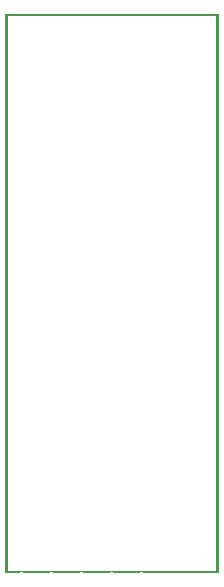
<source format=gbo>
G04 MADE WITH FRITZING*
G04 WWW.FRITZING.ORG*
G04 DOUBLE SIDED*
G04 HOLES PLATED*
G04 CONTOUR ON CENTER OF CONTOUR VECTOR*
%ASAXBY*%
%FSLAX23Y23*%
%MOIN*%
%OFA0B0*%
%SFA1.0B1.0*%
%ADD10R,0.001000X0.001000*%
%LNSILK0*%
G90*
G70*
G54D10*
X0Y1865D02*
X710Y1865D01*
X0Y1864D02*
X710Y1864D01*
X0Y1863D02*
X710Y1863D01*
X0Y1862D02*
X710Y1862D01*
X0Y1861D02*
X710Y1861D01*
X0Y1860D02*
X710Y1860D01*
X0Y1859D02*
X710Y1859D01*
X0Y1858D02*
X710Y1858D01*
X0Y1857D02*
X7Y1857D01*
X703Y1857D02*
X710Y1857D01*
X0Y1856D02*
X7Y1856D01*
X703Y1856D02*
X710Y1856D01*
X0Y1855D02*
X7Y1855D01*
X703Y1855D02*
X710Y1855D01*
X0Y1854D02*
X7Y1854D01*
X703Y1854D02*
X710Y1854D01*
X0Y1853D02*
X7Y1853D01*
X703Y1853D02*
X710Y1853D01*
X0Y1852D02*
X7Y1852D01*
X703Y1852D02*
X710Y1852D01*
X0Y1851D02*
X7Y1851D01*
X703Y1851D02*
X710Y1851D01*
X0Y1850D02*
X7Y1850D01*
X703Y1850D02*
X710Y1850D01*
X0Y1849D02*
X7Y1849D01*
X703Y1849D02*
X710Y1849D01*
X0Y1848D02*
X7Y1848D01*
X703Y1848D02*
X710Y1848D01*
X0Y1847D02*
X7Y1847D01*
X703Y1847D02*
X710Y1847D01*
X0Y1846D02*
X7Y1846D01*
X703Y1846D02*
X710Y1846D01*
X0Y1845D02*
X7Y1845D01*
X703Y1845D02*
X710Y1845D01*
X0Y1844D02*
X7Y1844D01*
X703Y1844D02*
X710Y1844D01*
X0Y1843D02*
X7Y1843D01*
X703Y1843D02*
X710Y1843D01*
X0Y1842D02*
X7Y1842D01*
X703Y1842D02*
X710Y1842D01*
X0Y1841D02*
X7Y1841D01*
X703Y1841D02*
X710Y1841D01*
X0Y1840D02*
X7Y1840D01*
X703Y1840D02*
X710Y1840D01*
X0Y1839D02*
X7Y1839D01*
X703Y1839D02*
X710Y1839D01*
X0Y1838D02*
X7Y1838D01*
X703Y1838D02*
X710Y1838D01*
X0Y1837D02*
X7Y1837D01*
X703Y1837D02*
X710Y1837D01*
X0Y1836D02*
X7Y1836D01*
X703Y1836D02*
X710Y1836D01*
X0Y1835D02*
X7Y1835D01*
X703Y1835D02*
X710Y1835D01*
X0Y1834D02*
X7Y1834D01*
X703Y1834D02*
X710Y1834D01*
X0Y1833D02*
X7Y1833D01*
X703Y1833D02*
X710Y1833D01*
X0Y1832D02*
X7Y1832D01*
X703Y1832D02*
X710Y1832D01*
X0Y1831D02*
X7Y1831D01*
X703Y1831D02*
X710Y1831D01*
X0Y1830D02*
X7Y1830D01*
X703Y1830D02*
X710Y1830D01*
X0Y1829D02*
X7Y1829D01*
X703Y1829D02*
X710Y1829D01*
X0Y1828D02*
X7Y1828D01*
X703Y1828D02*
X710Y1828D01*
X0Y1827D02*
X7Y1827D01*
X703Y1827D02*
X710Y1827D01*
X0Y1826D02*
X7Y1826D01*
X703Y1826D02*
X710Y1826D01*
X0Y1825D02*
X7Y1825D01*
X703Y1825D02*
X710Y1825D01*
X0Y1824D02*
X7Y1824D01*
X703Y1824D02*
X710Y1824D01*
X0Y1823D02*
X7Y1823D01*
X703Y1823D02*
X710Y1823D01*
X0Y1822D02*
X7Y1822D01*
X703Y1822D02*
X710Y1822D01*
X0Y1821D02*
X7Y1821D01*
X703Y1821D02*
X710Y1821D01*
X0Y1820D02*
X7Y1820D01*
X703Y1820D02*
X710Y1820D01*
X0Y1819D02*
X7Y1819D01*
X703Y1819D02*
X710Y1819D01*
X0Y1818D02*
X7Y1818D01*
X703Y1818D02*
X710Y1818D01*
X0Y1817D02*
X7Y1817D01*
X703Y1817D02*
X710Y1817D01*
X0Y1816D02*
X7Y1816D01*
X703Y1816D02*
X710Y1816D01*
X0Y1815D02*
X7Y1815D01*
X703Y1815D02*
X710Y1815D01*
X0Y1814D02*
X7Y1814D01*
X703Y1814D02*
X710Y1814D01*
X0Y1813D02*
X7Y1813D01*
X703Y1813D02*
X710Y1813D01*
X0Y1812D02*
X7Y1812D01*
X703Y1812D02*
X710Y1812D01*
X0Y1811D02*
X7Y1811D01*
X703Y1811D02*
X710Y1811D01*
X0Y1810D02*
X7Y1810D01*
X703Y1810D02*
X710Y1810D01*
X0Y1809D02*
X7Y1809D01*
X703Y1809D02*
X710Y1809D01*
X0Y1808D02*
X7Y1808D01*
X703Y1808D02*
X710Y1808D01*
X0Y1807D02*
X7Y1807D01*
X703Y1807D02*
X710Y1807D01*
X0Y1806D02*
X7Y1806D01*
X703Y1806D02*
X710Y1806D01*
X0Y1805D02*
X7Y1805D01*
X703Y1805D02*
X710Y1805D01*
X0Y1804D02*
X7Y1804D01*
X703Y1804D02*
X710Y1804D01*
X0Y1803D02*
X7Y1803D01*
X703Y1803D02*
X710Y1803D01*
X0Y1802D02*
X7Y1802D01*
X703Y1802D02*
X710Y1802D01*
X0Y1801D02*
X7Y1801D01*
X703Y1801D02*
X710Y1801D01*
X0Y1800D02*
X7Y1800D01*
X703Y1800D02*
X710Y1800D01*
X0Y1799D02*
X7Y1799D01*
X703Y1799D02*
X710Y1799D01*
X0Y1798D02*
X7Y1798D01*
X703Y1798D02*
X710Y1798D01*
X0Y1797D02*
X7Y1797D01*
X703Y1797D02*
X710Y1797D01*
X0Y1796D02*
X7Y1796D01*
X703Y1796D02*
X710Y1796D01*
X0Y1795D02*
X7Y1795D01*
X703Y1795D02*
X710Y1795D01*
X0Y1794D02*
X7Y1794D01*
X703Y1794D02*
X710Y1794D01*
X0Y1793D02*
X7Y1793D01*
X703Y1793D02*
X710Y1793D01*
X0Y1792D02*
X7Y1792D01*
X703Y1792D02*
X710Y1792D01*
X0Y1791D02*
X7Y1791D01*
X703Y1791D02*
X710Y1791D01*
X0Y1790D02*
X7Y1790D01*
X703Y1790D02*
X710Y1790D01*
X0Y1789D02*
X7Y1789D01*
X703Y1789D02*
X710Y1789D01*
X0Y1788D02*
X7Y1788D01*
X703Y1788D02*
X710Y1788D01*
X0Y1787D02*
X7Y1787D01*
X703Y1787D02*
X710Y1787D01*
X0Y1786D02*
X7Y1786D01*
X703Y1786D02*
X710Y1786D01*
X0Y1785D02*
X7Y1785D01*
X703Y1785D02*
X710Y1785D01*
X0Y1784D02*
X7Y1784D01*
X703Y1784D02*
X710Y1784D01*
X0Y1783D02*
X7Y1783D01*
X703Y1783D02*
X710Y1783D01*
X0Y1782D02*
X7Y1782D01*
X703Y1782D02*
X710Y1782D01*
X0Y1781D02*
X7Y1781D01*
X703Y1781D02*
X710Y1781D01*
X0Y1780D02*
X7Y1780D01*
X703Y1780D02*
X710Y1780D01*
X0Y1779D02*
X7Y1779D01*
X703Y1779D02*
X710Y1779D01*
X0Y1778D02*
X7Y1778D01*
X703Y1778D02*
X710Y1778D01*
X0Y1777D02*
X7Y1777D01*
X703Y1777D02*
X710Y1777D01*
X0Y1776D02*
X7Y1776D01*
X703Y1776D02*
X710Y1776D01*
X0Y1775D02*
X7Y1775D01*
X703Y1775D02*
X710Y1775D01*
X0Y1774D02*
X7Y1774D01*
X703Y1774D02*
X710Y1774D01*
X0Y1773D02*
X7Y1773D01*
X703Y1773D02*
X710Y1773D01*
X0Y1772D02*
X7Y1772D01*
X703Y1772D02*
X710Y1772D01*
X0Y1771D02*
X7Y1771D01*
X703Y1771D02*
X710Y1771D01*
X0Y1770D02*
X7Y1770D01*
X703Y1770D02*
X710Y1770D01*
X0Y1769D02*
X7Y1769D01*
X703Y1769D02*
X710Y1769D01*
X0Y1768D02*
X7Y1768D01*
X703Y1768D02*
X710Y1768D01*
X0Y1767D02*
X7Y1767D01*
X703Y1767D02*
X710Y1767D01*
X0Y1766D02*
X7Y1766D01*
X703Y1766D02*
X710Y1766D01*
X0Y1765D02*
X7Y1765D01*
X703Y1765D02*
X710Y1765D01*
X0Y1764D02*
X7Y1764D01*
X703Y1764D02*
X710Y1764D01*
X0Y1763D02*
X7Y1763D01*
X703Y1763D02*
X710Y1763D01*
X0Y1762D02*
X7Y1762D01*
X703Y1762D02*
X710Y1762D01*
X0Y1761D02*
X7Y1761D01*
X703Y1761D02*
X710Y1761D01*
X0Y1760D02*
X7Y1760D01*
X703Y1760D02*
X710Y1760D01*
X0Y1759D02*
X7Y1759D01*
X703Y1759D02*
X710Y1759D01*
X0Y1758D02*
X7Y1758D01*
X703Y1758D02*
X710Y1758D01*
X0Y1757D02*
X7Y1757D01*
X703Y1757D02*
X710Y1757D01*
X0Y1756D02*
X7Y1756D01*
X703Y1756D02*
X710Y1756D01*
X0Y1755D02*
X7Y1755D01*
X703Y1755D02*
X710Y1755D01*
X0Y1754D02*
X7Y1754D01*
X703Y1754D02*
X710Y1754D01*
X0Y1753D02*
X7Y1753D01*
X703Y1753D02*
X710Y1753D01*
X0Y1752D02*
X7Y1752D01*
X703Y1752D02*
X710Y1752D01*
X0Y1751D02*
X7Y1751D01*
X703Y1751D02*
X710Y1751D01*
X0Y1750D02*
X7Y1750D01*
X703Y1750D02*
X710Y1750D01*
X0Y1749D02*
X7Y1749D01*
X703Y1749D02*
X710Y1749D01*
X0Y1748D02*
X7Y1748D01*
X703Y1748D02*
X710Y1748D01*
X0Y1747D02*
X7Y1747D01*
X703Y1747D02*
X710Y1747D01*
X0Y1746D02*
X7Y1746D01*
X703Y1746D02*
X710Y1746D01*
X0Y1745D02*
X7Y1745D01*
X703Y1745D02*
X710Y1745D01*
X0Y1744D02*
X7Y1744D01*
X703Y1744D02*
X710Y1744D01*
X0Y1743D02*
X7Y1743D01*
X703Y1743D02*
X710Y1743D01*
X0Y1742D02*
X7Y1742D01*
X703Y1742D02*
X710Y1742D01*
X0Y1741D02*
X7Y1741D01*
X703Y1741D02*
X710Y1741D01*
X0Y1740D02*
X7Y1740D01*
X703Y1740D02*
X710Y1740D01*
X0Y1739D02*
X7Y1739D01*
X703Y1739D02*
X710Y1739D01*
X0Y1738D02*
X7Y1738D01*
X703Y1738D02*
X710Y1738D01*
X0Y1737D02*
X7Y1737D01*
X703Y1737D02*
X710Y1737D01*
X0Y1736D02*
X7Y1736D01*
X703Y1736D02*
X710Y1736D01*
X0Y1735D02*
X7Y1735D01*
X703Y1735D02*
X710Y1735D01*
X0Y1734D02*
X7Y1734D01*
X703Y1734D02*
X710Y1734D01*
X0Y1733D02*
X7Y1733D01*
X703Y1733D02*
X710Y1733D01*
X0Y1732D02*
X7Y1732D01*
X703Y1732D02*
X710Y1732D01*
X0Y1731D02*
X7Y1731D01*
X703Y1731D02*
X710Y1731D01*
X0Y1730D02*
X7Y1730D01*
X703Y1730D02*
X710Y1730D01*
X0Y1729D02*
X7Y1729D01*
X703Y1729D02*
X710Y1729D01*
X0Y1728D02*
X7Y1728D01*
X703Y1728D02*
X710Y1728D01*
X0Y1727D02*
X7Y1727D01*
X703Y1727D02*
X710Y1727D01*
X0Y1726D02*
X7Y1726D01*
X703Y1726D02*
X710Y1726D01*
X0Y1725D02*
X7Y1725D01*
X703Y1725D02*
X710Y1725D01*
X0Y1724D02*
X7Y1724D01*
X703Y1724D02*
X710Y1724D01*
X0Y1723D02*
X7Y1723D01*
X703Y1723D02*
X710Y1723D01*
X0Y1722D02*
X7Y1722D01*
X703Y1722D02*
X710Y1722D01*
X0Y1721D02*
X7Y1721D01*
X703Y1721D02*
X710Y1721D01*
X0Y1720D02*
X7Y1720D01*
X703Y1720D02*
X710Y1720D01*
X0Y1719D02*
X7Y1719D01*
X703Y1719D02*
X710Y1719D01*
X0Y1718D02*
X7Y1718D01*
X703Y1718D02*
X710Y1718D01*
X0Y1717D02*
X7Y1717D01*
X703Y1717D02*
X710Y1717D01*
X0Y1716D02*
X7Y1716D01*
X703Y1716D02*
X710Y1716D01*
X0Y1715D02*
X7Y1715D01*
X703Y1715D02*
X710Y1715D01*
X0Y1714D02*
X7Y1714D01*
X703Y1714D02*
X710Y1714D01*
X0Y1713D02*
X7Y1713D01*
X703Y1713D02*
X710Y1713D01*
X0Y1712D02*
X7Y1712D01*
X703Y1712D02*
X710Y1712D01*
X0Y1711D02*
X7Y1711D01*
X703Y1711D02*
X710Y1711D01*
X0Y1710D02*
X7Y1710D01*
X703Y1710D02*
X710Y1710D01*
X0Y1709D02*
X7Y1709D01*
X703Y1709D02*
X710Y1709D01*
X0Y1708D02*
X7Y1708D01*
X703Y1708D02*
X710Y1708D01*
X0Y1707D02*
X7Y1707D01*
X703Y1707D02*
X710Y1707D01*
X0Y1706D02*
X7Y1706D01*
X703Y1706D02*
X710Y1706D01*
X0Y1705D02*
X7Y1705D01*
X703Y1705D02*
X710Y1705D01*
X0Y1704D02*
X7Y1704D01*
X703Y1704D02*
X710Y1704D01*
X0Y1703D02*
X7Y1703D01*
X703Y1703D02*
X710Y1703D01*
X0Y1702D02*
X7Y1702D01*
X703Y1702D02*
X710Y1702D01*
X0Y1701D02*
X7Y1701D01*
X703Y1701D02*
X710Y1701D01*
X0Y1700D02*
X7Y1700D01*
X703Y1700D02*
X710Y1700D01*
X0Y1699D02*
X7Y1699D01*
X703Y1699D02*
X710Y1699D01*
X0Y1698D02*
X7Y1698D01*
X703Y1698D02*
X710Y1698D01*
X0Y1697D02*
X7Y1697D01*
X703Y1697D02*
X710Y1697D01*
X0Y1696D02*
X7Y1696D01*
X703Y1696D02*
X710Y1696D01*
X0Y1695D02*
X7Y1695D01*
X703Y1695D02*
X710Y1695D01*
X0Y1694D02*
X7Y1694D01*
X703Y1694D02*
X710Y1694D01*
X0Y1693D02*
X7Y1693D01*
X703Y1693D02*
X710Y1693D01*
X0Y1692D02*
X7Y1692D01*
X703Y1692D02*
X710Y1692D01*
X0Y1691D02*
X7Y1691D01*
X703Y1691D02*
X710Y1691D01*
X0Y1690D02*
X7Y1690D01*
X703Y1690D02*
X710Y1690D01*
X0Y1689D02*
X7Y1689D01*
X703Y1689D02*
X710Y1689D01*
X0Y1688D02*
X7Y1688D01*
X703Y1688D02*
X710Y1688D01*
X0Y1687D02*
X7Y1687D01*
X703Y1687D02*
X710Y1687D01*
X0Y1686D02*
X7Y1686D01*
X703Y1686D02*
X710Y1686D01*
X0Y1685D02*
X7Y1685D01*
X703Y1685D02*
X710Y1685D01*
X0Y1684D02*
X7Y1684D01*
X703Y1684D02*
X710Y1684D01*
X0Y1683D02*
X7Y1683D01*
X703Y1683D02*
X710Y1683D01*
X0Y1682D02*
X7Y1682D01*
X703Y1682D02*
X710Y1682D01*
X0Y1681D02*
X7Y1681D01*
X703Y1681D02*
X710Y1681D01*
X0Y1680D02*
X7Y1680D01*
X703Y1680D02*
X710Y1680D01*
X0Y1679D02*
X7Y1679D01*
X703Y1679D02*
X710Y1679D01*
X0Y1678D02*
X7Y1678D01*
X703Y1678D02*
X710Y1678D01*
X0Y1677D02*
X7Y1677D01*
X703Y1677D02*
X710Y1677D01*
X0Y1676D02*
X7Y1676D01*
X703Y1676D02*
X710Y1676D01*
X0Y1675D02*
X7Y1675D01*
X703Y1675D02*
X710Y1675D01*
X0Y1674D02*
X7Y1674D01*
X703Y1674D02*
X710Y1674D01*
X0Y1673D02*
X7Y1673D01*
X703Y1673D02*
X710Y1673D01*
X0Y1672D02*
X7Y1672D01*
X703Y1672D02*
X710Y1672D01*
X0Y1671D02*
X7Y1671D01*
X703Y1671D02*
X710Y1671D01*
X0Y1670D02*
X7Y1670D01*
X703Y1670D02*
X710Y1670D01*
X0Y1669D02*
X7Y1669D01*
X703Y1669D02*
X710Y1669D01*
X0Y1668D02*
X7Y1668D01*
X703Y1668D02*
X710Y1668D01*
X0Y1667D02*
X7Y1667D01*
X703Y1667D02*
X710Y1667D01*
X0Y1666D02*
X7Y1666D01*
X703Y1666D02*
X710Y1666D01*
X0Y1665D02*
X7Y1665D01*
X703Y1665D02*
X710Y1665D01*
X0Y1664D02*
X7Y1664D01*
X703Y1664D02*
X710Y1664D01*
X0Y1663D02*
X7Y1663D01*
X703Y1663D02*
X710Y1663D01*
X0Y1662D02*
X7Y1662D01*
X703Y1662D02*
X710Y1662D01*
X0Y1661D02*
X7Y1661D01*
X703Y1661D02*
X710Y1661D01*
X0Y1660D02*
X7Y1660D01*
X703Y1660D02*
X710Y1660D01*
X0Y1659D02*
X7Y1659D01*
X703Y1659D02*
X710Y1659D01*
X0Y1658D02*
X7Y1658D01*
X703Y1658D02*
X710Y1658D01*
X0Y1657D02*
X7Y1657D01*
X703Y1657D02*
X710Y1657D01*
X0Y1656D02*
X7Y1656D01*
X703Y1656D02*
X710Y1656D01*
X0Y1655D02*
X7Y1655D01*
X703Y1655D02*
X710Y1655D01*
X0Y1654D02*
X7Y1654D01*
X703Y1654D02*
X710Y1654D01*
X0Y1653D02*
X7Y1653D01*
X703Y1653D02*
X710Y1653D01*
X0Y1652D02*
X7Y1652D01*
X703Y1652D02*
X710Y1652D01*
X0Y1651D02*
X7Y1651D01*
X703Y1651D02*
X710Y1651D01*
X0Y1650D02*
X7Y1650D01*
X703Y1650D02*
X710Y1650D01*
X0Y1649D02*
X7Y1649D01*
X703Y1649D02*
X710Y1649D01*
X0Y1648D02*
X7Y1648D01*
X703Y1648D02*
X710Y1648D01*
X0Y1647D02*
X7Y1647D01*
X703Y1647D02*
X710Y1647D01*
X0Y1646D02*
X7Y1646D01*
X703Y1646D02*
X710Y1646D01*
X0Y1645D02*
X7Y1645D01*
X703Y1645D02*
X710Y1645D01*
X0Y1644D02*
X7Y1644D01*
X703Y1644D02*
X710Y1644D01*
X0Y1643D02*
X7Y1643D01*
X703Y1643D02*
X710Y1643D01*
X0Y1642D02*
X7Y1642D01*
X703Y1642D02*
X710Y1642D01*
X0Y1641D02*
X7Y1641D01*
X703Y1641D02*
X710Y1641D01*
X0Y1640D02*
X7Y1640D01*
X703Y1640D02*
X710Y1640D01*
X0Y1639D02*
X7Y1639D01*
X703Y1639D02*
X710Y1639D01*
X0Y1638D02*
X7Y1638D01*
X703Y1638D02*
X710Y1638D01*
X0Y1637D02*
X7Y1637D01*
X703Y1637D02*
X710Y1637D01*
X0Y1636D02*
X7Y1636D01*
X703Y1636D02*
X710Y1636D01*
X0Y1635D02*
X7Y1635D01*
X703Y1635D02*
X710Y1635D01*
X0Y1634D02*
X7Y1634D01*
X703Y1634D02*
X710Y1634D01*
X0Y1633D02*
X7Y1633D01*
X703Y1633D02*
X710Y1633D01*
X0Y1632D02*
X7Y1632D01*
X703Y1632D02*
X710Y1632D01*
X0Y1631D02*
X7Y1631D01*
X703Y1631D02*
X710Y1631D01*
X0Y1630D02*
X7Y1630D01*
X703Y1630D02*
X710Y1630D01*
X0Y1629D02*
X7Y1629D01*
X703Y1629D02*
X710Y1629D01*
X0Y1628D02*
X7Y1628D01*
X703Y1628D02*
X710Y1628D01*
X0Y1627D02*
X7Y1627D01*
X703Y1627D02*
X710Y1627D01*
X0Y1626D02*
X7Y1626D01*
X703Y1626D02*
X710Y1626D01*
X0Y1625D02*
X7Y1625D01*
X703Y1625D02*
X710Y1625D01*
X0Y1624D02*
X7Y1624D01*
X703Y1624D02*
X710Y1624D01*
X0Y1623D02*
X7Y1623D01*
X703Y1623D02*
X710Y1623D01*
X0Y1622D02*
X7Y1622D01*
X703Y1622D02*
X710Y1622D01*
X0Y1621D02*
X7Y1621D01*
X703Y1621D02*
X710Y1621D01*
X0Y1620D02*
X7Y1620D01*
X703Y1620D02*
X710Y1620D01*
X0Y1619D02*
X7Y1619D01*
X703Y1619D02*
X710Y1619D01*
X0Y1618D02*
X7Y1618D01*
X703Y1618D02*
X710Y1618D01*
X0Y1617D02*
X7Y1617D01*
X703Y1617D02*
X710Y1617D01*
X0Y1616D02*
X7Y1616D01*
X703Y1616D02*
X710Y1616D01*
X0Y1615D02*
X7Y1615D01*
X703Y1615D02*
X710Y1615D01*
X0Y1614D02*
X7Y1614D01*
X703Y1614D02*
X710Y1614D01*
X0Y1613D02*
X7Y1613D01*
X703Y1613D02*
X710Y1613D01*
X0Y1612D02*
X7Y1612D01*
X703Y1612D02*
X710Y1612D01*
X0Y1611D02*
X7Y1611D01*
X703Y1611D02*
X710Y1611D01*
X0Y1610D02*
X7Y1610D01*
X703Y1610D02*
X710Y1610D01*
X0Y1609D02*
X7Y1609D01*
X703Y1609D02*
X710Y1609D01*
X0Y1608D02*
X7Y1608D01*
X703Y1608D02*
X710Y1608D01*
X0Y1607D02*
X7Y1607D01*
X703Y1607D02*
X710Y1607D01*
X0Y1606D02*
X7Y1606D01*
X703Y1606D02*
X710Y1606D01*
X0Y1605D02*
X7Y1605D01*
X703Y1605D02*
X710Y1605D01*
X0Y1604D02*
X7Y1604D01*
X703Y1604D02*
X710Y1604D01*
X0Y1603D02*
X7Y1603D01*
X703Y1603D02*
X710Y1603D01*
X0Y1602D02*
X7Y1602D01*
X703Y1602D02*
X710Y1602D01*
X0Y1601D02*
X7Y1601D01*
X703Y1601D02*
X710Y1601D01*
X0Y1600D02*
X7Y1600D01*
X703Y1600D02*
X710Y1600D01*
X0Y1599D02*
X7Y1599D01*
X703Y1599D02*
X710Y1599D01*
X0Y1598D02*
X7Y1598D01*
X703Y1598D02*
X710Y1598D01*
X0Y1597D02*
X7Y1597D01*
X703Y1597D02*
X710Y1597D01*
X0Y1596D02*
X7Y1596D01*
X703Y1596D02*
X710Y1596D01*
X0Y1595D02*
X7Y1595D01*
X703Y1595D02*
X710Y1595D01*
X0Y1594D02*
X7Y1594D01*
X703Y1594D02*
X710Y1594D01*
X0Y1593D02*
X7Y1593D01*
X703Y1593D02*
X710Y1593D01*
X0Y1592D02*
X7Y1592D01*
X703Y1592D02*
X710Y1592D01*
X0Y1591D02*
X7Y1591D01*
X703Y1591D02*
X710Y1591D01*
X0Y1590D02*
X7Y1590D01*
X703Y1590D02*
X710Y1590D01*
X0Y1589D02*
X7Y1589D01*
X703Y1589D02*
X710Y1589D01*
X0Y1588D02*
X7Y1588D01*
X703Y1588D02*
X710Y1588D01*
X0Y1587D02*
X7Y1587D01*
X703Y1587D02*
X710Y1587D01*
X0Y1586D02*
X7Y1586D01*
X703Y1586D02*
X710Y1586D01*
X0Y1585D02*
X7Y1585D01*
X703Y1585D02*
X710Y1585D01*
X0Y1584D02*
X7Y1584D01*
X703Y1584D02*
X710Y1584D01*
X0Y1583D02*
X7Y1583D01*
X703Y1583D02*
X710Y1583D01*
X0Y1582D02*
X7Y1582D01*
X703Y1582D02*
X710Y1582D01*
X0Y1581D02*
X7Y1581D01*
X703Y1581D02*
X710Y1581D01*
X0Y1580D02*
X7Y1580D01*
X703Y1580D02*
X710Y1580D01*
X0Y1579D02*
X7Y1579D01*
X703Y1579D02*
X710Y1579D01*
X0Y1578D02*
X7Y1578D01*
X703Y1578D02*
X710Y1578D01*
X0Y1577D02*
X7Y1577D01*
X703Y1577D02*
X710Y1577D01*
X0Y1576D02*
X7Y1576D01*
X703Y1576D02*
X710Y1576D01*
X0Y1575D02*
X7Y1575D01*
X703Y1575D02*
X710Y1575D01*
X0Y1574D02*
X7Y1574D01*
X703Y1574D02*
X710Y1574D01*
X0Y1573D02*
X7Y1573D01*
X703Y1573D02*
X710Y1573D01*
X0Y1572D02*
X7Y1572D01*
X703Y1572D02*
X710Y1572D01*
X0Y1571D02*
X7Y1571D01*
X703Y1571D02*
X710Y1571D01*
X0Y1570D02*
X7Y1570D01*
X703Y1570D02*
X710Y1570D01*
X0Y1569D02*
X7Y1569D01*
X703Y1569D02*
X710Y1569D01*
X0Y1568D02*
X7Y1568D01*
X703Y1568D02*
X710Y1568D01*
X0Y1567D02*
X7Y1567D01*
X703Y1567D02*
X710Y1567D01*
X0Y1566D02*
X7Y1566D01*
X703Y1566D02*
X710Y1566D01*
X0Y1565D02*
X7Y1565D01*
X703Y1565D02*
X710Y1565D01*
X0Y1564D02*
X7Y1564D01*
X703Y1564D02*
X710Y1564D01*
X0Y1563D02*
X7Y1563D01*
X703Y1563D02*
X710Y1563D01*
X0Y1562D02*
X7Y1562D01*
X703Y1562D02*
X710Y1562D01*
X0Y1561D02*
X7Y1561D01*
X703Y1561D02*
X710Y1561D01*
X0Y1560D02*
X7Y1560D01*
X703Y1560D02*
X710Y1560D01*
X0Y1559D02*
X7Y1559D01*
X703Y1559D02*
X710Y1559D01*
X0Y1558D02*
X7Y1558D01*
X703Y1558D02*
X710Y1558D01*
X0Y1557D02*
X7Y1557D01*
X703Y1557D02*
X710Y1557D01*
X0Y1556D02*
X7Y1556D01*
X703Y1556D02*
X710Y1556D01*
X0Y1555D02*
X7Y1555D01*
X703Y1555D02*
X710Y1555D01*
X0Y1554D02*
X7Y1554D01*
X703Y1554D02*
X710Y1554D01*
X0Y1553D02*
X7Y1553D01*
X703Y1553D02*
X710Y1553D01*
X0Y1552D02*
X7Y1552D01*
X703Y1552D02*
X710Y1552D01*
X0Y1551D02*
X7Y1551D01*
X703Y1551D02*
X710Y1551D01*
X0Y1550D02*
X7Y1550D01*
X703Y1550D02*
X710Y1550D01*
X0Y1549D02*
X7Y1549D01*
X703Y1549D02*
X710Y1549D01*
X0Y1548D02*
X7Y1548D01*
X703Y1548D02*
X710Y1548D01*
X0Y1547D02*
X7Y1547D01*
X703Y1547D02*
X710Y1547D01*
X0Y1546D02*
X7Y1546D01*
X703Y1546D02*
X710Y1546D01*
X0Y1545D02*
X7Y1545D01*
X703Y1545D02*
X710Y1545D01*
X0Y1544D02*
X7Y1544D01*
X703Y1544D02*
X710Y1544D01*
X0Y1543D02*
X7Y1543D01*
X703Y1543D02*
X710Y1543D01*
X0Y1542D02*
X7Y1542D01*
X703Y1542D02*
X710Y1542D01*
X0Y1541D02*
X7Y1541D01*
X703Y1541D02*
X710Y1541D01*
X0Y1540D02*
X7Y1540D01*
X703Y1540D02*
X710Y1540D01*
X0Y1539D02*
X7Y1539D01*
X703Y1539D02*
X710Y1539D01*
X0Y1538D02*
X7Y1538D01*
X703Y1538D02*
X710Y1538D01*
X0Y1537D02*
X7Y1537D01*
X703Y1537D02*
X710Y1537D01*
X0Y1536D02*
X7Y1536D01*
X703Y1536D02*
X710Y1536D01*
X0Y1535D02*
X7Y1535D01*
X703Y1535D02*
X710Y1535D01*
X0Y1534D02*
X7Y1534D01*
X703Y1534D02*
X710Y1534D01*
X0Y1533D02*
X7Y1533D01*
X703Y1533D02*
X710Y1533D01*
X0Y1532D02*
X7Y1532D01*
X703Y1532D02*
X710Y1532D01*
X0Y1531D02*
X7Y1531D01*
X703Y1531D02*
X710Y1531D01*
X0Y1530D02*
X7Y1530D01*
X703Y1530D02*
X710Y1530D01*
X0Y1529D02*
X7Y1529D01*
X703Y1529D02*
X710Y1529D01*
X0Y1528D02*
X7Y1528D01*
X703Y1528D02*
X710Y1528D01*
X0Y1527D02*
X7Y1527D01*
X703Y1527D02*
X710Y1527D01*
X0Y1526D02*
X7Y1526D01*
X703Y1526D02*
X710Y1526D01*
X0Y1525D02*
X7Y1525D01*
X703Y1525D02*
X710Y1525D01*
X0Y1524D02*
X7Y1524D01*
X703Y1524D02*
X710Y1524D01*
X0Y1523D02*
X7Y1523D01*
X703Y1523D02*
X710Y1523D01*
X0Y1522D02*
X7Y1522D01*
X703Y1522D02*
X710Y1522D01*
X0Y1521D02*
X7Y1521D01*
X703Y1521D02*
X710Y1521D01*
X0Y1520D02*
X7Y1520D01*
X703Y1520D02*
X710Y1520D01*
X0Y1519D02*
X7Y1519D01*
X703Y1519D02*
X710Y1519D01*
X0Y1518D02*
X7Y1518D01*
X703Y1518D02*
X710Y1518D01*
X0Y1517D02*
X7Y1517D01*
X703Y1517D02*
X710Y1517D01*
X0Y1516D02*
X7Y1516D01*
X703Y1516D02*
X710Y1516D01*
X0Y1515D02*
X7Y1515D01*
X703Y1515D02*
X710Y1515D01*
X0Y1514D02*
X7Y1514D01*
X703Y1514D02*
X710Y1514D01*
X0Y1513D02*
X7Y1513D01*
X703Y1513D02*
X710Y1513D01*
X0Y1512D02*
X7Y1512D01*
X703Y1512D02*
X710Y1512D01*
X0Y1511D02*
X7Y1511D01*
X703Y1511D02*
X710Y1511D01*
X0Y1510D02*
X7Y1510D01*
X703Y1510D02*
X710Y1510D01*
X0Y1509D02*
X7Y1509D01*
X703Y1509D02*
X710Y1509D01*
X0Y1508D02*
X7Y1508D01*
X703Y1508D02*
X710Y1508D01*
X0Y1507D02*
X7Y1507D01*
X703Y1507D02*
X710Y1507D01*
X0Y1506D02*
X7Y1506D01*
X703Y1506D02*
X710Y1506D01*
X0Y1505D02*
X7Y1505D01*
X703Y1505D02*
X710Y1505D01*
X0Y1504D02*
X7Y1504D01*
X703Y1504D02*
X710Y1504D01*
X0Y1503D02*
X7Y1503D01*
X703Y1503D02*
X710Y1503D01*
X0Y1502D02*
X7Y1502D01*
X703Y1502D02*
X710Y1502D01*
X0Y1501D02*
X7Y1501D01*
X703Y1501D02*
X710Y1501D01*
X0Y1500D02*
X7Y1500D01*
X703Y1500D02*
X710Y1500D01*
X0Y1499D02*
X7Y1499D01*
X703Y1499D02*
X710Y1499D01*
X0Y1498D02*
X7Y1498D01*
X703Y1498D02*
X710Y1498D01*
X0Y1497D02*
X7Y1497D01*
X703Y1497D02*
X710Y1497D01*
X0Y1496D02*
X7Y1496D01*
X703Y1496D02*
X710Y1496D01*
X0Y1495D02*
X7Y1495D01*
X703Y1495D02*
X710Y1495D01*
X0Y1494D02*
X7Y1494D01*
X703Y1494D02*
X710Y1494D01*
X0Y1493D02*
X7Y1493D01*
X703Y1493D02*
X710Y1493D01*
X0Y1492D02*
X7Y1492D01*
X703Y1492D02*
X710Y1492D01*
X0Y1491D02*
X7Y1491D01*
X703Y1491D02*
X710Y1491D01*
X0Y1490D02*
X7Y1490D01*
X703Y1490D02*
X710Y1490D01*
X0Y1489D02*
X7Y1489D01*
X703Y1489D02*
X710Y1489D01*
X0Y1488D02*
X7Y1488D01*
X703Y1488D02*
X710Y1488D01*
X0Y1487D02*
X7Y1487D01*
X703Y1487D02*
X710Y1487D01*
X0Y1486D02*
X7Y1486D01*
X703Y1486D02*
X710Y1486D01*
X0Y1485D02*
X7Y1485D01*
X703Y1485D02*
X710Y1485D01*
X0Y1484D02*
X7Y1484D01*
X703Y1484D02*
X710Y1484D01*
X0Y1483D02*
X7Y1483D01*
X703Y1483D02*
X710Y1483D01*
X0Y1482D02*
X7Y1482D01*
X703Y1482D02*
X710Y1482D01*
X0Y1481D02*
X7Y1481D01*
X703Y1481D02*
X710Y1481D01*
X0Y1480D02*
X7Y1480D01*
X703Y1480D02*
X710Y1480D01*
X0Y1479D02*
X7Y1479D01*
X703Y1479D02*
X710Y1479D01*
X0Y1478D02*
X7Y1478D01*
X703Y1478D02*
X710Y1478D01*
X0Y1477D02*
X7Y1477D01*
X703Y1477D02*
X710Y1477D01*
X0Y1476D02*
X7Y1476D01*
X703Y1476D02*
X710Y1476D01*
X0Y1475D02*
X7Y1475D01*
X703Y1475D02*
X710Y1475D01*
X0Y1474D02*
X7Y1474D01*
X703Y1474D02*
X710Y1474D01*
X0Y1473D02*
X7Y1473D01*
X703Y1473D02*
X710Y1473D01*
X0Y1472D02*
X7Y1472D01*
X703Y1472D02*
X710Y1472D01*
X0Y1471D02*
X7Y1471D01*
X703Y1471D02*
X710Y1471D01*
X0Y1470D02*
X7Y1470D01*
X703Y1470D02*
X710Y1470D01*
X0Y1469D02*
X7Y1469D01*
X703Y1469D02*
X710Y1469D01*
X0Y1468D02*
X7Y1468D01*
X703Y1468D02*
X710Y1468D01*
X0Y1467D02*
X7Y1467D01*
X703Y1467D02*
X710Y1467D01*
X0Y1466D02*
X7Y1466D01*
X703Y1466D02*
X710Y1466D01*
X0Y1465D02*
X7Y1465D01*
X703Y1465D02*
X710Y1465D01*
X0Y1464D02*
X7Y1464D01*
X703Y1464D02*
X710Y1464D01*
X0Y1463D02*
X7Y1463D01*
X703Y1463D02*
X710Y1463D01*
X0Y1462D02*
X7Y1462D01*
X703Y1462D02*
X710Y1462D01*
X0Y1461D02*
X7Y1461D01*
X703Y1461D02*
X710Y1461D01*
X0Y1460D02*
X7Y1460D01*
X703Y1460D02*
X710Y1460D01*
X0Y1459D02*
X7Y1459D01*
X703Y1459D02*
X710Y1459D01*
X0Y1458D02*
X7Y1458D01*
X703Y1458D02*
X710Y1458D01*
X0Y1457D02*
X7Y1457D01*
X703Y1457D02*
X710Y1457D01*
X0Y1456D02*
X7Y1456D01*
X703Y1456D02*
X710Y1456D01*
X0Y1455D02*
X7Y1455D01*
X703Y1455D02*
X710Y1455D01*
X0Y1454D02*
X7Y1454D01*
X703Y1454D02*
X710Y1454D01*
X0Y1453D02*
X7Y1453D01*
X703Y1453D02*
X710Y1453D01*
X0Y1452D02*
X7Y1452D01*
X703Y1452D02*
X710Y1452D01*
X0Y1451D02*
X7Y1451D01*
X703Y1451D02*
X710Y1451D01*
X0Y1450D02*
X7Y1450D01*
X703Y1450D02*
X710Y1450D01*
X0Y1449D02*
X7Y1449D01*
X703Y1449D02*
X710Y1449D01*
X0Y1448D02*
X7Y1448D01*
X703Y1448D02*
X710Y1448D01*
X0Y1447D02*
X7Y1447D01*
X703Y1447D02*
X710Y1447D01*
X0Y1446D02*
X7Y1446D01*
X703Y1446D02*
X710Y1446D01*
X0Y1445D02*
X7Y1445D01*
X703Y1445D02*
X710Y1445D01*
X0Y1444D02*
X7Y1444D01*
X703Y1444D02*
X710Y1444D01*
X0Y1443D02*
X7Y1443D01*
X703Y1443D02*
X710Y1443D01*
X0Y1442D02*
X7Y1442D01*
X703Y1442D02*
X710Y1442D01*
X0Y1441D02*
X7Y1441D01*
X703Y1441D02*
X710Y1441D01*
X0Y1440D02*
X7Y1440D01*
X703Y1440D02*
X710Y1440D01*
X0Y1439D02*
X7Y1439D01*
X703Y1439D02*
X710Y1439D01*
X0Y1438D02*
X7Y1438D01*
X703Y1438D02*
X710Y1438D01*
X0Y1437D02*
X7Y1437D01*
X703Y1437D02*
X710Y1437D01*
X0Y1436D02*
X7Y1436D01*
X703Y1436D02*
X710Y1436D01*
X0Y1435D02*
X7Y1435D01*
X703Y1435D02*
X710Y1435D01*
X0Y1434D02*
X7Y1434D01*
X703Y1434D02*
X710Y1434D01*
X0Y1433D02*
X7Y1433D01*
X703Y1433D02*
X710Y1433D01*
X0Y1432D02*
X7Y1432D01*
X703Y1432D02*
X710Y1432D01*
X0Y1431D02*
X7Y1431D01*
X703Y1431D02*
X710Y1431D01*
X0Y1430D02*
X7Y1430D01*
X703Y1430D02*
X710Y1430D01*
X0Y1429D02*
X7Y1429D01*
X703Y1429D02*
X710Y1429D01*
X0Y1428D02*
X7Y1428D01*
X703Y1428D02*
X710Y1428D01*
X0Y1427D02*
X7Y1427D01*
X703Y1427D02*
X710Y1427D01*
X0Y1426D02*
X7Y1426D01*
X703Y1426D02*
X710Y1426D01*
X0Y1425D02*
X7Y1425D01*
X703Y1425D02*
X710Y1425D01*
X0Y1424D02*
X7Y1424D01*
X703Y1424D02*
X710Y1424D01*
X0Y1423D02*
X7Y1423D01*
X703Y1423D02*
X710Y1423D01*
X0Y1422D02*
X7Y1422D01*
X703Y1422D02*
X710Y1422D01*
X0Y1421D02*
X7Y1421D01*
X703Y1421D02*
X710Y1421D01*
X0Y1420D02*
X7Y1420D01*
X703Y1420D02*
X710Y1420D01*
X0Y1419D02*
X7Y1419D01*
X703Y1419D02*
X710Y1419D01*
X0Y1418D02*
X7Y1418D01*
X703Y1418D02*
X710Y1418D01*
X0Y1417D02*
X7Y1417D01*
X703Y1417D02*
X710Y1417D01*
X0Y1416D02*
X7Y1416D01*
X703Y1416D02*
X710Y1416D01*
X0Y1415D02*
X7Y1415D01*
X703Y1415D02*
X710Y1415D01*
X0Y1414D02*
X7Y1414D01*
X703Y1414D02*
X710Y1414D01*
X0Y1413D02*
X7Y1413D01*
X703Y1413D02*
X710Y1413D01*
X0Y1412D02*
X7Y1412D01*
X703Y1412D02*
X710Y1412D01*
X0Y1411D02*
X7Y1411D01*
X703Y1411D02*
X710Y1411D01*
X0Y1410D02*
X7Y1410D01*
X703Y1410D02*
X710Y1410D01*
X0Y1409D02*
X7Y1409D01*
X703Y1409D02*
X710Y1409D01*
X0Y1408D02*
X7Y1408D01*
X703Y1408D02*
X710Y1408D01*
X0Y1407D02*
X7Y1407D01*
X703Y1407D02*
X710Y1407D01*
X0Y1406D02*
X7Y1406D01*
X703Y1406D02*
X710Y1406D01*
X0Y1405D02*
X7Y1405D01*
X703Y1405D02*
X710Y1405D01*
X0Y1404D02*
X7Y1404D01*
X703Y1404D02*
X710Y1404D01*
X0Y1403D02*
X7Y1403D01*
X703Y1403D02*
X710Y1403D01*
X0Y1402D02*
X7Y1402D01*
X703Y1402D02*
X710Y1402D01*
X0Y1401D02*
X7Y1401D01*
X703Y1401D02*
X710Y1401D01*
X0Y1400D02*
X7Y1400D01*
X703Y1400D02*
X710Y1400D01*
X0Y1399D02*
X7Y1399D01*
X703Y1399D02*
X710Y1399D01*
X0Y1398D02*
X7Y1398D01*
X703Y1398D02*
X710Y1398D01*
X0Y1397D02*
X7Y1397D01*
X703Y1397D02*
X710Y1397D01*
X0Y1396D02*
X7Y1396D01*
X703Y1396D02*
X710Y1396D01*
X0Y1395D02*
X7Y1395D01*
X703Y1395D02*
X710Y1395D01*
X0Y1394D02*
X7Y1394D01*
X703Y1394D02*
X710Y1394D01*
X0Y1393D02*
X7Y1393D01*
X703Y1393D02*
X710Y1393D01*
X0Y1392D02*
X7Y1392D01*
X703Y1392D02*
X710Y1392D01*
X0Y1391D02*
X7Y1391D01*
X703Y1391D02*
X710Y1391D01*
X0Y1390D02*
X7Y1390D01*
X703Y1390D02*
X710Y1390D01*
X0Y1389D02*
X7Y1389D01*
X703Y1389D02*
X710Y1389D01*
X0Y1388D02*
X7Y1388D01*
X703Y1388D02*
X710Y1388D01*
X0Y1387D02*
X7Y1387D01*
X703Y1387D02*
X710Y1387D01*
X0Y1386D02*
X7Y1386D01*
X703Y1386D02*
X710Y1386D01*
X0Y1385D02*
X7Y1385D01*
X703Y1385D02*
X710Y1385D01*
X0Y1384D02*
X7Y1384D01*
X703Y1384D02*
X710Y1384D01*
X0Y1383D02*
X7Y1383D01*
X703Y1383D02*
X710Y1383D01*
X0Y1382D02*
X7Y1382D01*
X703Y1382D02*
X710Y1382D01*
X0Y1381D02*
X7Y1381D01*
X703Y1381D02*
X710Y1381D01*
X0Y1380D02*
X7Y1380D01*
X703Y1380D02*
X710Y1380D01*
X0Y1379D02*
X7Y1379D01*
X703Y1379D02*
X710Y1379D01*
X0Y1378D02*
X7Y1378D01*
X703Y1378D02*
X710Y1378D01*
X0Y1377D02*
X7Y1377D01*
X703Y1377D02*
X710Y1377D01*
X0Y1376D02*
X7Y1376D01*
X703Y1376D02*
X710Y1376D01*
X0Y1375D02*
X7Y1375D01*
X703Y1375D02*
X710Y1375D01*
X0Y1374D02*
X7Y1374D01*
X703Y1374D02*
X710Y1374D01*
X0Y1373D02*
X7Y1373D01*
X703Y1373D02*
X710Y1373D01*
X0Y1372D02*
X7Y1372D01*
X703Y1372D02*
X710Y1372D01*
X0Y1371D02*
X7Y1371D01*
X703Y1371D02*
X710Y1371D01*
X0Y1370D02*
X7Y1370D01*
X703Y1370D02*
X710Y1370D01*
X0Y1369D02*
X7Y1369D01*
X703Y1369D02*
X710Y1369D01*
X0Y1368D02*
X7Y1368D01*
X703Y1368D02*
X710Y1368D01*
X0Y1367D02*
X7Y1367D01*
X703Y1367D02*
X710Y1367D01*
X0Y1366D02*
X7Y1366D01*
X703Y1366D02*
X710Y1366D01*
X0Y1365D02*
X7Y1365D01*
X703Y1365D02*
X710Y1365D01*
X0Y1364D02*
X7Y1364D01*
X703Y1364D02*
X710Y1364D01*
X0Y1363D02*
X7Y1363D01*
X703Y1363D02*
X710Y1363D01*
X0Y1362D02*
X7Y1362D01*
X703Y1362D02*
X710Y1362D01*
X0Y1361D02*
X7Y1361D01*
X703Y1361D02*
X710Y1361D01*
X0Y1360D02*
X7Y1360D01*
X703Y1360D02*
X710Y1360D01*
X0Y1359D02*
X7Y1359D01*
X703Y1359D02*
X710Y1359D01*
X0Y1358D02*
X7Y1358D01*
X703Y1358D02*
X710Y1358D01*
X0Y1357D02*
X7Y1357D01*
X703Y1357D02*
X710Y1357D01*
X0Y1356D02*
X7Y1356D01*
X703Y1356D02*
X710Y1356D01*
X0Y1355D02*
X7Y1355D01*
X703Y1355D02*
X710Y1355D01*
X0Y1354D02*
X7Y1354D01*
X703Y1354D02*
X710Y1354D01*
X0Y1353D02*
X7Y1353D01*
X703Y1353D02*
X710Y1353D01*
X0Y1352D02*
X7Y1352D01*
X703Y1352D02*
X710Y1352D01*
X0Y1351D02*
X7Y1351D01*
X703Y1351D02*
X710Y1351D01*
X0Y1350D02*
X7Y1350D01*
X703Y1350D02*
X710Y1350D01*
X0Y1349D02*
X7Y1349D01*
X703Y1349D02*
X710Y1349D01*
X0Y1348D02*
X7Y1348D01*
X703Y1348D02*
X710Y1348D01*
X0Y1347D02*
X7Y1347D01*
X703Y1347D02*
X710Y1347D01*
X0Y1346D02*
X7Y1346D01*
X703Y1346D02*
X710Y1346D01*
X0Y1345D02*
X7Y1345D01*
X703Y1345D02*
X710Y1345D01*
X0Y1344D02*
X7Y1344D01*
X703Y1344D02*
X710Y1344D01*
X0Y1343D02*
X7Y1343D01*
X703Y1343D02*
X710Y1343D01*
X0Y1342D02*
X7Y1342D01*
X703Y1342D02*
X710Y1342D01*
X0Y1341D02*
X7Y1341D01*
X703Y1341D02*
X710Y1341D01*
X0Y1340D02*
X7Y1340D01*
X703Y1340D02*
X710Y1340D01*
X0Y1339D02*
X7Y1339D01*
X703Y1339D02*
X710Y1339D01*
X0Y1338D02*
X7Y1338D01*
X703Y1338D02*
X710Y1338D01*
X0Y1337D02*
X7Y1337D01*
X703Y1337D02*
X710Y1337D01*
X0Y1336D02*
X7Y1336D01*
X703Y1336D02*
X710Y1336D01*
X0Y1335D02*
X7Y1335D01*
X703Y1335D02*
X710Y1335D01*
X0Y1334D02*
X7Y1334D01*
X703Y1334D02*
X710Y1334D01*
X0Y1333D02*
X7Y1333D01*
X703Y1333D02*
X710Y1333D01*
X0Y1332D02*
X7Y1332D01*
X703Y1332D02*
X710Y1332D01*
X0Y1331D02*
X7Y1331D01*
X703Y1331D02*
X710Y1331D01*
X0Y1330D02*
X7Y1330D01*
X703Y1330D02*
X710Y1330D01*
X0Y1329D02*
X7Y1329D01*
X703Y1329D02*
X710Y1329D01*
X0Y1328D02*
X7Y1328D01*
X703Y1328D02*
X710Y1328D01*
X0Y1327D02*
X7Y1327D01*
X703Y1327D02*
X710Y1327D01*
X0Y1326D02*
X7Y1326D01*
X703Y1326D02*
X710Y1326D01*
X0Y1325D02*
X7Y1325D01*
X703Y1325D02*
X710Y1325D01*
X0Y1324D02*
X7Y1324D01*
X703Y1324D02*
X710Y1324D01*
X0Y1323D02*
X7Y1323D01*
X703Y1323D02*
X710Y1323D01*
X0Y1322D02*
X7Y1322D01*
X703Y1322D02*
X710Y1322D01*
X0Y1321D02*
X7Y1321D01*
X703Y1321D02*
X710Y1321D01*
X0Y1320D02*
X7Y1320D01*
X703Y1320D02*
X710Y1320D01*
X0Y1319D02*
X7Y1319D01*
X703Y1319D02*
X710Y1319D01*
X0Y1318D02*
X7Y1318D01*
X703Y1318D02*
X710Y1318D01*
X0Y1317D02*
X7Y1317D01*
X703Y1317D02*
X710Y1317D01*
X0Y1316D02*
X7Y1316D01*
X703Y1316D02*
X710Y1316D01*
X0Y1315D02*
X7Y1315D01*
X703Y1315D02*
X710Y1315D01*
X0Y1314D02*
X7Y1314D01*
X703Y1314D02*
X710Y1314D01*
X0Y1313D02*
X7Y1313D01*
X703Y1313D02*
X710Y1313D01*
X0Y1312D02*
X7Y1312D01*
X703Y1312D02*
X710Y1312D01*
X0Y1311D02*
X7Y1311D01*
X703Y1311D02*
X710Y1311D01*
X0Y1310D02*
X7Y1310D01*
X703Y1310D02*
X710Y1310D01*
X0Y1309D02*
X7Y1309D01*
X703Y1309D02*
X710Y1309D01*
X0Y1308D02*
X7Y1308D01*
X703Y1308D02*
X710Y1308D01*
X0Y1307D02*
X7Y1307D01*
X703Y1307D02*
X710Y1307D01*
X0Y1306D02*
X7Y1306D01*
X703Y1306D02*
X710Y1306D01*
X0Y1305D02*
X7Y1305D01*
X703Y1305D02*
X710Y1305D01*
X0Y1304D02*
X7Y1304D01*
X703Y1304D02*
X710Y1304D01*
X0Y1303D02*
X7Y1303D01*
X703Y1303D02*
X710Y1303D01*
X0Y1302D02*
X7Y1302D01*
X703Y1302D02*
X710Y1302D01*
X0Y1301D02*
X7Y1301D01*
X703Y1301D02*
X710Y1301D01*
X0Y1300D02*
X7Y1300D01*
X703Y1300D02*
X710Y1300D01*
X0Y1299D02*
X7Y1299D01*
X703Y1299D02*
X710Y1299D01*
X0Y1298D02*
X7Y1298D01*
X703Y1298D02*
X710Y1298D01*
X0Y1297D02*
X7Y1297D01*
X703Y1297D02*
X710Y1297D01*
X0Y1296D02*
X7Y1296D01*
X703Y1296D02*
X710Y1296D01*
X0Y1295D02*
X7Y1295D01*
X703Y1295D02*
X710Y1295D01*
X0Y1294D02*
X7Y1294D01*
X703Y1294D02*
X710Y1294D01*
X0Y1293D02*
X7Y1293D01*
X703Y1293D02*
X710Y1293D01*
X0Y1292D02*
X7Y1292D01*
X703Y1292D02*
X710Y1292D01*
X0Y1291D02*
X7Y1291D01*
X703Y1291D02*
X710Y1291D01*
X0Y1290D02*
X7Y1290D01*
X703Y1290D02*
X710Y1290D01*
X0Y1289D02*
X7Y1289D01*
X703Y1289D02*
X710Y1289D01*
X0Y1288D02*
X7Y1288D01*
X703Y1288D02*
X710Y1288D01*
X0Y1287D02*
X7Y1287D01*
X703Y1287D02*
X710Y1287D01*
X0Y1286D02*
X7Y1286D01*
X703Y1286D02*
X710Y1286D01*
X0Y1285D02*
X7Y1285D01*
X703Y1285D02*
X710Y1285D01*
X0Y1284D02*
X7Y1284D01*
X703Y1284D02*
X710Y1284D01*
X0Y1283D02*
X7Y1283D01*
X703Y1283D02*
X710Y1283D01*
X0Y1282D02*
X7Y1282D01*
X703Y1282D02*
X710Y1282D01*
X0Y1281D02*
X7Y1281D01*
X703Y1281D02*
X710Y1281D01*
X0Y1280D02*
X7Y1280D01*
X703Y1280D02*
X710Y1280D01*
X0Y1279D02*
X7Y1279D01*
X703Y1279D02*
X710Y1279D01*
X0Y1278D02*
X7Y1278D01*
X703Y1278D02*
X710Y1278D01*
X0Y1277D02*
X7Y1277D01*
X703Y1277D02*
X710Y1277D01*
X0Y1276D02*
X7Y1276D01*
X703Y1276D02*
X710Y1276D01*
X0Y1275D02*
X7Y1275D01*
X703Y1275D02*
X710Y1275D01*
X0Y1274D02*
X7Y1274D01*
X703Y1274D02*
X710Y1274D01*
X0Y1273D02*
X7Y1273D01*
X703Y1273D02*
X710Y1273D01*
X0Y1272D02*
X7Y1272D01*
X703Y1272D02*
X710Y1272D01*
X0Y1271D02*
X7Y1271D01*
X703Y1271D02*
X710Y1271D01*
X0Y1270D02*
X7Y1270D01*
X703Y1270D02*
X710Y1270D01*
X0Y1269D02*
X7Y1269D01*
X703Y1269D02*
X710Y1269D01*
X0Y1268D02*
X7Y1268D01*
X703Y1268D02*
X710Y1268D01*
X0Y1267D02*
X7Y1267D01*
X703Y1267D02*
X710Y1267D01*
X0Y1266D02*
X7Y1266D01*
X703Y1266D02*
X710Y1266D01*
X0Y1265D02*
X7Y1265D01*
X703Y1265D02*
X710Y1265D01*
X0Y1264D02*
X7Y1264D01*
X703Y1264D02*
X710Y1264D01*
X0Y1263D02*
X7Y1263D01*
X703Y1263D02*
X710Y1263D01*
X0Y1262D02*
X7Y1262D01*
X703Y1262D02*
X710Y1262D01*
X0Y1261D02*
X7Y1261D01*
X703Y1261D02*
X710Y1261D01*
X0Y1260D02*
X7Y1260D01*
X703Y1260D02*
X710Y1260D01*
X0Y1259D02*
X7Y1259D01*
X703Y1259D02*
X710Y1259D01*
X0Y1258D02*
X7Y1258D01*
X703Y1258D02*
X710Y1258D01*
X0Y1257D02*
X7Y1257D01*
X703Y1257D02*
X710Y1257D01*
X0Y1256D02*
X7Y1256D01*
X703Y1256D02*
X710Y1256D01*
X0Y1255D02*
X7Y1255D01*
X703Y1255D02*
X710Y1255D01*
X0Y1254D02*
X7Y1254D01*
X703Y1254D02*
X710Y1254D01*
X0Y1253D02*
X7Y1253D01*
X703Y1253D02*
X710Y1253D01*
X0Y1252D02*
X7Y1252D01*
X703Y1252D02*
X710Y1252D01*
X0Y1251D02*
X7Y1251D01*
X703Y1251D02*
X710Y1251D01*
X0Y1250D02*
X7Y1250D01*
X703Y1250D02*
X710Y1250D01*
X0Y1249D02*
X7Y1249D01*
X703Y1249D02*
X710Y1249D01*
X0Y1248D02*
X7Y1248D01*
X703Y1248D02*
X710Y1248D01*
X0Y1247D02*
X7Y1247D01*
X703Y1247D02*
X710Y1247D01*
X0Y1246D02*
X7Y1246D01*
X703Y1246D02*
X710Y1246D01*
X0Y1245D02*
X7Y1245D01*
X703Y1245D02*
X710Y1245D01*
X0Y1244D02*
X7Y1244D01*
X703Y1244D02*
X710Y1244D01*
X0Y1243D02*
X7Y1243D01*
X703Y1243D02*
X710Y1243D01*
X0Y1242D02*
X7Y1242D01*
X703Y1242D02*
X710Y1242D01*
X0Y1241D02*
X7Y1241D01*
X703Y1241D02*
X710Y1241D01*
X0Y1240D02*
X7Y1240D01*
X703Y1240D02*
X710Y1240D01*
X0Y1239D02*
X7Y1239D01*
X703Y1239D02*
X710Y1239D01*
X0Y1238D02*
X7Y1238D01*
X703Y1238D02*
X710Y1238D01*
X0Y1237D02*
X7Y1237D01*
X703Y1237D02*
X710Y1237D01*
X0Y1236D02*
X7Y1236D01*
X703Y1236D02*
X710Y1236D01*
X0Y1235D02*
X7Y1235D01*
X703Y1235D02*
X710Y1235D01*
X0Y1234D02*
X7Y1234D01*
X703Y1234D02*
X710Y1234D01*
X0Y1233D02*
X7Y1233D01*
X703Y1233D02*
X710Y1233D01*
X0Y1232D02*
X7Y1232D01*
X703Y1232D02*
X710Y1232D01*
X0Y1231D02*
X7Y1231D01*
X703Y1231D02*
X710Y1231D01*
X0Y1230D02*
X7Y1230D01*
X703Y1230D02*
X710Y1230D01*
X0Y1229D02*
X7Y1229D01*
X703Y1229D02*
X710Y1229D01*
X0Y1228D02*
X7Y1228D01*
X703Y1228D02*
X710Y1228D01*
X0Y1227D02*
X7Y1227D01*
X703Y1227D02*
X710Y1227D01*
X0Y1226D02*
X7Y1226D01*
X703Y1226D02*
X710Y1226D01*
X0Y1225D02*
X7Y1225D01*
X703Y1225D02*
X710Y1225D01*
X0Y1224D02*
X7Y1224D01*
X703Y1224D02*
X710Y1224D01*
X0Y1223D02*
X7Y1223D01*
X703Y1223D02*
X710Y1223D01*
X0Y1222D02*
X7Y1222D01*
X703Y1222D02*
X710Y1222D01*
X0Y1221D02*
X7Y1221D01*
X703Y1221D02*
X710Y1221D01*
X0Y1220D02*
X7Y1220D01*
X703Y1220D02*
X710Y1220D01*
X0Y1219D02*
X7Y1219D01*
X703Y1219D02*
X710Y1219D01*
X0Y1218D02*
X7Y1218D01*
X703Y1218D02*
X710Y1218D01*
X0Y1217D02*
X7Y1217D01*
X703Y1217D02*
X710Y1217D01*
X0Y1216D02*
X7Y1216D01*
X703Y1216D02*
X710Y1216D01*
X0Y1215D02*
X7Y1215D01*
X703Y1215D02*
X710Y1215D01*
X0Y1214D02*
X7Y1214D01*
X703Y1214D02*
X710Y1214D01*
X0Y1213D02*
X7Y1213D01*
X703Y1213D02*
X710Y1213D01*
X0Y1212D02*
X7Y1212D01*
X703Y1212D02*
X710Y1212D01*
X0Y1211D02*
X7Y1211D01*
X703Y1211D02*
X710Y1211D01*
X0Y1210D02*
X7Y1210D01*
X703Y1210D02*
X710Y1210D01*
X0Y1209D02*
X7Y1209D01*
X703Y1209D02*
X710Y1209D01*
X0Y1208D02*
X7Y1208D01*
X703Y1208D02*
X710Y1208D01*
X0Y1207D02*
X7Y1207D01*
X703Y1207D02*
X710Y1207D01*
X0Y1206D02*
X7Y1206D01*
X703Y1206D02*
X710Y1206D01*
X0Y1205D02*
X7Y1205D01*
X703Y1205D02*
X710Y1205D01*
X0Y1204D02*
X7Y1204D01*
X703Y1204D02*
X710Y1204D01*
X0Y1203D02*
X7Y1203D01*
X703Y1203D02*
X710Y1203D01*
X0Y1202D02*
X7Y1202D01*
X703Y1202D02*
X710Y1202D01*
X0Y1201D02*
X7Y1201D01*
X703Y1201D02*
X710Y1201D01*
X0Y1200D02*
X7Y1200D01*
X703Y1200D02*
X710Y1200D01*
X0Y1199D02*
X7Y1199D01*
X703Y1199D02*
X710Y1199D01*
X0Y1198D02*
X7Y1198D01*
X703Y1198D02*
X710Y1198D01*
X0Y1197D02*
X7Y1197D01*
X703Y1197D02*
X710Y1197D01*
X0Y1196D02*
X7Y1196D01*
X703Y1196D02*
X710Y1196D01*
X0Y1195D02*
X7Y1195D01*
X703Y1195D02*
X710Y1195D01*
X0Y1194D02*
X7Y1194D01*
X703Y1194D02*
X710Y1194D01*
X0Y1193D02*
X7Y1193D01*
X703Y1193D02*
X710Y1193D01*
X0Y1192D02*
X7Y1192D01*
X703Y1192D02*
X710Y1192D01*
X0Y1191D02*
X7Y1191D01*
X703Y1191D02*
X710Y1191D01*
X0Y1190D02*
X7Y1190D01*
X703Y1190D02*
X710Y1190D01*
X0Y1189D02*
X7Y1189D01*
X703Y1189D02*
X710Y1189D01*
X0Y1188D02*
X7Y1188D01*
X703Y1188D02*
X710Y1188D01*
X0Y1187D02*
X7Y1187D01*
X703Y1187D02*
X710Y1187D01*
X0Y1186D02*
X7Y1186D01*
X703Y1186D02*
X710Y1186D01*
X0Y1185D02*
X7Y1185D01*
X703Y1185D02*
X710Y1185D01*
X0Y1184D02*
X7Y1184D01*
X703Y1184D02*
X710Y1184D01*
X0Y1183D02*
X7Y1183D01*
X703Y1183D02*
X710Y1183D01*
X0Y1182D02*
X7Y1182D01*
X703Y1182D02*
X710Y1182D01*
X0Y1181D02*
X7Y1181D01*
X703Y1181D02*
X710Y1181D01*
X0Y1180D02*
X7Y1180D01*
X703Y1180D02*
X710Y1180D01*
X0Y1179D02*
X7Y1179D01*
X703Y1179D02*
X710Y1179D01*
X0Y1178D02*
X7Y1178D01*
X703Y1178D02*
X710Y1178D01*
X0Y1177D02*
X7Y1177D01*
X703Y1177D02*
X710Y1177D01*
X0Y1176D02*
X7Y1176D01*
X703Y1176D02*
X710Y1176D01*
X0Y1175D02*
X7Y1175D01*
X703Y1175D02*
X710Y1175D01*
X0Y1174D02*
X7Y1174D01*
X703Y1174D02*
X710Y1174D01*
X0Y1173D02*
X7Y1173D01*
X703Y1173D02*
X710Y1173D01*
X0Y1172D02*
X7Y1172D01*
X703Y1172D02*
X710Y1172D01*
X0Y1171D02*
X7Y1171D01*
X703Y1171D02*
X710Y1171D01*
X0Y1170D02*
X7Y1170D01*
X703Y1170D02*
X710Y1170D01*
X0Y1169D02*
X7Y1169D01*
X703Y1169D02*
X710Y1169D01*
X0Y1168D02*
X7Y1168D01*
X703Y1168D02*
X710Y1168D01*
X0Y1167D02*
X7Y1167D01*
X703Y1167D02*
X710Y1167D01*
X0Y1166D02*
X7Y1166D01*
X703Y1166D02*
X710Y1166D01*
X0Y1165D02*
X7Y1165D01*
X703Y1165D02*
X710Y1165D01*
X0Y1164D02*
X7Y1164D01*
X703Y1164D02*
X710Y1164D01*
X0Y1163D02*
X7Y1163D01*
X703Y1163D02*
X710Y1163D01*
X0Y1162D02*
X7Y1162D01*
X703Y1162D02*
X710Y1162D01*
X0Y1161D02*
X7Y1161D01*
X703Y1161D02*
X710Y1161D01*
X0Y1160D02*
X7Y1160D01*
X703Y1160D02*
X710Y1160D01*
X0Y1159D02*
X7Y1159D01*
X703Y1159D02*
X710Y1159D01*
X0Y1158D02*
X7Y1158D01*
X703Y1158D02*
X710Y1158D01*
X0Y1157D02*
X7Y1157D01*
X703Y1157D02*
X710Y1157D01*
X0Y1156D02*
X7Y1156D01*
X703Y1156D02*
X710Y1156D01*
X0Y1155D02*
X7Y1155D01*
X703Y1155D02*
X710Y1155D01*
X0Y1154D02*
X7Y1154D01*
X703Y1154D02*
X710Y1154D01*
X0Y1153D02*
X7Y1153D01*
X703Y1153D02*
X710Y1153D01*
X0Y1152D02*
X7Y1152D01*
X703Y1152D02*
X710Y1152D01*
X0Y1151D02*
X7Y1151D01*
X703Y1151D02*
X710Y1151D01*
X0Y1150D02*
X7Y1150D01*
X703Y1150D02*
X710Y1150D01*
X0Y1149D02*
X7Y1149D01*
X703Y1149D02*
X710Y1149D01*
X0Y1148D02*
X7Y1148D01*
X703Y1148D02*
X710Y1148D01*
X0Y1147D02*
X7Y1147D01*
X703Y1147D02*
X710Y1147D01*
X0Y1146D02*
X7Y1146D01*
X703Y1146D02*
X710Y1146D01*
X0Y1145D02*
X7Y1145D01*
X703Y1145D02*
X710Y1145D01*
X0Y1144D02*
X7Y1144D01*
X703Y1144D02*
X710Y1144D01*
X0Y1143D02*
X7Y1143D01*
X703Y1143D02*
X710Y1143D01*
X0Y1142D02*
X7Y1142D01*
X703Y1142D02*
X710Y1142D01*
X0Y1141D02*
X7Y1141D01*
X703Y1141D02*
X710Y1141D01*
X0Y1140D02*
X7Y1140D01*
X703Y1140D02*
X710Y1140D01*
X0Y1139D02*
X7Y1139D01*
X703Y1139D02*
X710Y1139D01*
X0Y1138D02*
X7Y1138D01*
X703Y1138D02*
X710Y1138D01*
X0Y1137D02*
X7Y1137D01*
X703Y1137D02*
X710Y1137D01*
X0Y1136D02*
X7Y1136D01*
X703Y1136D02*
X710Y1136D01*
X0Y1135D02*
X7Y1135D01*
X703Y1135D02*
X710Y1135D01*
X0Y1134D02*
X7Y1134D01*
X703Y1134D02*
X710Y1134D01*
X0Y1133D02*
X7Y1133D01*
X703Y1133D02*
X710Y1133D01*
X0Y1132D02*
X7Y1132D01*
X703Y1132D02*
X710Y1132D01*
X0Y1131D02*
X7Y1131D01*
X703Y1131D02*
X710Y1131D01*
X0Y1130D02*
X7Y1130D01*
X703Y1130D02*
X710Y1130D01*
X0Y1129D02*
X7Y1129D01*
X703Y1129D02*
X710Y1129D01*
X0Y1128D02*
X7Y1128D01*
X703Y1128D02*
X710Y1128D01*
X0Y1127D02*
X7Y1127D01*
X703Y1127D02*
X710Y1127D01*
X0Y1126D02*
X7Y1126D01*
X703Y1126D02*
X710Y1126D01*
X0Y1125D02*
X7Y1125D01*
X703Y1125D02*
X710Y1125D01*
X0Y1124D02*
X7Y1124D01*
X703Y1124D02*
X710Y1124D01*
X0Y1123D02*
X7Y1123D01*
X703Y1123D02*
X710Y1123D01*
X0Y1122D02*
X7Y1122D01*
X703Y1122D02*
X710Y1122D01*
X0Y1121D02*
X7Y1121D01*
X703Y1121D02*
X710Y1121D01*
X0Y1120D02*
X7Y1120D01*
X703Y1120D02*
X710Y1120D01*
X0Y1119D02*
X7Y1119D01*
X703Y1119D02*
X710Y1119D01*
X0Y1118D02*
X7Y1118D01*
X703Y1118D02*
X710Y1118D01*
X0Y1117D02*
X7Y1117D01*
X703Y1117D02*
X710Y1117D01*
X0Y1116D02*
X7Y1116D01*
X703Y1116D02*
X710Y1116D01*
X0Y1115D02*
X7Y1115D01*
X703Y1115D02*
X710Y1115D01*
X0Y1114D02*
X7Y1114D01*
X703Y1114D02*
X710Y1114D01*
X0Y1113D02*
X7Y1113D01*
X703Y1113D02*
X710Y1113D01*
X0Y1112D02*
X7Y1112D01*
X703Y1112D02*
X710Y1112D01*
X0Y1111D02*
X7Y1111D01*
X703Y1111D02*
X710Y1111D01*
X0Y1110D02*
X7Y1110D01*
X703Y1110D02*
X710Y1110D01*
X0Y1109D02*
X7Y1109D01*
X703Y1109D02*
X710Y1109D01*
X0Y1108D02*
X7Y1108D01*
X703Y1108D02*
X710Y1108D01*
X0Y1107D02*
X7Y1107D01*
X703Y1107D02*
X710Y1107D01*
X0Y1106D02*
X7Y1106D01*
X703Y1106D02*
X710Y1106D01*
X0Y1105D02*
X7Y1105D01*
X703Y1105D02*
X710Y1105D01*
X0Y1104D02*
X7Y1104D01*
X703Y1104D02*
X710Y1104D01*
X0Y1103D02*
X7Y1103D01*
X703Y1103D02*
X710Y1103D01*
X0Y1102D02*
X7Y1102D01*
X703Y1102D02*
X710Y1102D01*
X0Y1101D02*
X7Y1101D01*
X703Y1101D02*
X710Y1101D01*
X0Y1100D02*
X7Y1100D01*
X703Y1100D02*
X710Y1100D01*
X0Y1099D02*
X7Y1099D01*
X703Y1099D02*
X710Y1099D01*
X0Y1098D02*
X7Y1098D01*
X703Y1098D02*
X710Y1098D01*
X0Y1097D02*
X7Y1097D01*
X703Y1097D02*
X710Y1097D01*
X0Y1096D02*
X7Y1096D01*
X703Y1096D02*
X710Y1096D01*
X0Y1095D02*
X7Y1095D01*
X703Y1095D02*
X710Y1095D01*
X0Y1094D02*
X7Y1094D01*
X703Y1094D02*
X710Y1094D01*
X0Y1093D02*
X7Y1093D01*
X703Y1093D02*
X710Y1093D01*
X0Y1092D02*
X7Y1092D01*
X703Y1092D02*
X710Y1092D01*
X0Y1091D02*
X7Y1091D01*
X703Y1091D02*
X710Y1091D01*
X0Y1090D02*
X7Y1090D01*
X703Y1090D02*
X710Y1090D01*
X0Y1089D02*
X7Y1089D01*
X703Y1089D02*
X710Y1089D01*
X0Y1088D02*
X7Y1088D01*
X703Y1088D02*
X710Y1088D01*
X0Y1087D02*
X7Y1087D01*
X703Y1087D02*
X710Y1087D01*
X0Y1086D02*
X7Y1086D01*
X703Y1086D02*
X710Y1086D01*
X0Y1085D02*
X7Y1085D01*
X703Y1085D02*
X710Y1085D01*
X0Y1084D02*
X7Y1084D01*
X703Y1084D02*
X710Y1084D01*
X0Y1083D02*
X7Y1083D01*
X703Y1083D02*
X710Y1083D01*
X0Y1082D02*
X7Y1082D01*
X703Y1082D02*
X710Y1082D01*
X0Y1081D02*
X7Y1081D01*
X703Y1081D02*
X710Y1081D01*
X0Y1080D02*
X7Y1080D01*
X703Y1080D02*
X710Y1080D01*
X0Y1079D02*
X7Y1079D01*
X703Y1079D02*
X710Y1079D01*
X0Y1078D02*
X7Y1078D01*
X703Y1078D02*
X710Y1078D01*
X0Y1077D02*
X7Y1077D01*
X703Y1077D02*
X710Y1077D01*
X0Y1076D02*
X7Y1076D01*
X703Y1076D02*
X710Y1076D01*
X0Y1075D02*
X7Y1075D01*
X703Y1075D02*
X710Y1075D01*
X0Y1074D02*
X7Y1074D01*
X703Y1074D02*
X710Y1074D01*
X0Y1073D02*
X7Y1073D01*
X703Y1073D02*
X710Y1073D01*
X0Y1072D02*
X7Y1072D01*
X703Y1072D02*
X710Y1072D01*
X0Y1071D02*
X7Y1071D01*
X703Y1071D02*
X710Y1071D01*
X0Y1070D02*
X7Y1070D01*
X703Y1070D02*
X710Y1070D01*
X0Y1069D02*
X7Y1069D01*
X703Y1069D02*
X710Y1069D01*
X0Y1068D02*
X7Y1068D01*
X703Y1068D02*
X710Y1068D01*
X0Y1067D02*
X7Y1067D01*
X703Y1067D02*
X710Y1067D01*
X0Y1066D02*
X7Y1066D01*
X703Y1066D02*
X710Y1066D01*
X0Y1065D02*
X7Y1065D01*
X703Y1065D02*
X710Y1065D01*
X0Y1064D02*
X7Y1064D01*
X703Y1064D02*
X710Y1064D01*
X0Y1063D02*
X7Y1063D01*
X703Y1063D02*
X710Y1063D01*
X0Y1062D02*
X7Y1062D01*
X703Y1062D02*
X710Y1062D01*
X0Y1061D02*
X7Y1061D01*
X703Y1061D02*
X710Y1061D01*
X0Y1060D02*
X7Y1060D01*
X703Y1060D02*
X710Y1060D01*
X0Y1059D02*
X7Y1059D01*
X703Y1059D02*
X710Y1059D01*
X0Y1058D02*
X7Y1058D01*
X703Y1058D02*
X710Y1058D01*
X0Y1057D02*
X7Y1057D01*
X703Y1057D02*
X710Y1057D01*
X0Y1056D02*
X7Y1056D01*
X703Y1056D02*
X710Y1056D01*
X0Y1055D02*
X7Y1055D01*
X703Y1055D02*
X710Y1055D01*
X0Y1054D02*
X7Y1054D01*
X703Y1054D02*
X710Y1054D01*
X0Y1053D02*
X7Y1053D01*
X703Y1053D02*
X710Y1053D01*
X0Y1052D02*
X7Y1052D01*
X703Y1052D02*
X710Y1052D01*
X0Y1051D02*
X7Y1051D01*
X703Y1051D02*
X710Y1051D01*
X0Y1050D02*
X7Y1050D01*
X703Y1050D02*
X710Y1050D01*
X0Y1049D02*
X7Y1049D01*
X703Y1049D02*
X710Y1049D01*
X0Y1048D02*
X7Y1048D01*
X703Y1048D02*
X710Y1048D01*
X0Y1047D02*
X7Y1047D01*
X703Y1047D02*
X710Y1047D01*
X0Y1046D02*
X7Y1046D01*
X703Y1046D02*
X710Y1046D01*
X0Y1045D02*
X7Y1045D01*
X703Y1045D02*
X710Y1045D01*
X0Y1044D02*
X7Y1044D01*
X703Y1044D02*
X710Y1044D01*
X0Y1043D02*
X7Y1043D01*
X703Y1043D02*
X710Y1043D01*
X0Y1042D02*
X7Y1042D01*
X703Y1042D02*
X710Y1042D01*
X0Y1041D02*
X7Y1041D01*
X703Y1041D02*
X710Y1041D01*
X0Y1040D02*
X7Y1040D01*
X703Y1040D02*
X710Y1040D01*
X0Y1039D02*
X7Y1039D01*
X703Y1039D02*
X710Y1039D01*
X0Y1038D02*
X7Y1038D01*
X703Y1038D02*
X710Y1038D01*
X0Y1037D02*
X7Y1037D01*
X703Y1037D02*
X710Y1037D01*
X0Y1036D02*
X7Y1036D01*
X703Y1036D02*
X710Y1036D01*
X0Y1035D02*
X7Y1035D01*
X703Y1035D02*
X710Y1035D01*
X0Y1034D02*
X7Y1034D01*
X703Y1034D02*
X710Y1034D01*
X0Y1033D02*
X7Y1033D01*
X703Y1033D02*
X710Y1033D01*
X0Y1032D02*
X7Y1032D01*
X703Y1032D02*
X710Y1032D01*
X0Y1031D02*
X7Y1031D01*
X703Y1031D02*
X710Y1031D01*
X0Y1030D02*
X7Y1030D01*
X703Y1030D02*
X710Y1030D01*
X0Y1029D02*
X7Y1029D01*
X703Y1029D02*
X710Y1029D01*
X0Y1028D02*
X7Y1028D01*
X703Y1028D02*
X710Y1028D01*
X0Y1027D02*
X7Y1027D01*
X703Y1027D02*
X710Y1027D01*
X0Y1026D02*
X7Y1026D01*
X703Y1026D02*
X710Y1026D01*
X0Y1025D02*
X7Y1025D01*
X703Y1025D02*
X710Y1025D01*
X0Y1024D02*
X7Y1024D01*
X703Y1024D02*
X710Y1024D01*
X0Y1023D02*
X7Y1023D01*
X703Y1023D02*
X710Y1023D01*
X0Y1022D02*
X7Y1022D01*
X703Y1022D02*
X710Y1022D01*
X0Y1021D02*
X7Y1021D01*
X703Y1021D02*
X710Y1021D01*
X0Y1020D02*
X7Y1020D01*
X703Y1020D02*
X710Y1020D01*
X0Y1019D02*
X7Y1019D01*
X703Y1019D02*
X710Y1019D01*
X0Y1018D02*
X7Y1018D01*
X703Y1018D02*
X710Y1018D01*
X0Y1017D02*
X7Y1017D01*
X703Y1017D02*
X710Y1017D01*
X0Y1016D02*
X7Y1016D01*
X703Y1016D02*
X710Y1016D01*
X0Y1015D02*
X7Y1015D01*
X703Y1015D02*
X710Y1015D01*
X0Y1014D02*
X7Y1014D01*
X703Y1014D02*
X710Y1014D01*
X0Y1013D02*
X7Y1013D01*
X703Y1013D02*
X710Y1013D01*
X0Y1012D02*
X7Y1012D01*
X703Y1012D02*
X710Y1012D01*
X0Y1011D02*
X7Y1011D01*
X703Y1011D02*
X710Y1011D01*
X0Y1010D02*
X7Y1010D01*
X703Y1010D02*
X710Y1010D01*
X0Y1009D02*
X7Y1009D01*
X703Y1009D02*
X710Y1009D01*
X0Y1008D02*
X7Y1008D01*
X703Y1008D02*
X710Y1008D01*
X0Y1007D02*
X7Y1007D01*
X703Y1007D02*
X710Y1007D01*
X0Y1006D02*
X7Y1006D01*
X703Y1006D02*
X710Y1006D01*
X0Y1005D02*
X7Y1005D01*
X703Y1005D02*
X710Y1005D01*
X0Y1004D02*
X7Y1004D01*
X703Y1004D02*
X710Y1004D01*
X0Y1003D02*
X7Y1003D01*
X703Y1003D02*
X710Y1003D01*
X0Y1002D02*
X7Y1002D01*
X703Y1002D02*
X710Y1002D01*
X0Y1001D02*
X7Y1001D01*
X703Y1001D02*
X710Y1001D01*
X0Y1000D02*
X7Y1000D01*
X703Y1000D02*
X710Y1000D01*
X0Y999D02*
X7Y999D01*
X703Y999D02*
X710Y999D01*
X0Y998D02*
X7Y998D01*
X703Y998D02*
X710Y998D01*
X0Y997D02*
X7Y997D01*
X703Y997D02*
X710Y997D01*
X0Y996D02*
X7Y996D01*
X703Y996D02*
X710Y996D01*
X0Y995D02*
X7Y995D01*
X703Y995D02*
X710Y995D01*
X0Y994D02*
X7Y994D01*
X703Y994D02*
X710Y994D01*
X0Y993D02*
X7Y993D01*
X703Y993D02*
X710Y993D01*
X0Y992D02*
X7Y992D01*
X703Y992D02*
X710Y992D01*
X0Y991D02*
X7Y991D01*
X703Y991D02*
X710Y991D01*
X0Y990D02*
X7Y990D01*
X703Y990D02*
X710Y990D01*
X0Y989D02*
X7Y989D01*
X703Y989D02*
X710Y989D01*
X0Y988D02*
X7Y988D01*
X703Y988D02*
X710Y988D01*
X0Y987D02*
X7Y987D01*
X703Y987D02*
X710Y987D01*
X0Y986D02*
X7Y986D01*
X703Y986D02*
X710Y986D01*
X0Y985D02*
X7Y985D01*
X703Y985D02*
X710Y985D01*
X0Y984D02*
X7Y984D01*
X703Y984D02*
X710Y984D01*
X0Y983D02*
X7Y983D01*
X703Y983D02*
X710Y983D01*
X0Y982D02*
X7Y982D01*
X703Y982D02*
X710Y982D01*
X0Y981D02*
X7Y981D01*
X703Y981D02*
X710Y981D01*
X0Y980D02*
X7Y980D01*
X703Y980D02*
X710Y980D01*
X0Y979D02*
X7Y979D01*
X703Y979D02*
X710Y979D01*
X0Y978D02*
X7Y978D01*
X703Y978D02*
X710Y978D01*
X0Y977D02*
X7Y977D01*
X703Y977D02*
X710Y977D01*
X0Y976D02*
X7Y976D01*
X703Y976D02*
X710Y976D01*
X0Y975D02*
X7Y975D01*
X703Y975D02*
X710Y975D01*
X0Y974D02*
X7Y974D01*
X703Y974D02*
X710Y974D01*
X0Y973D02*
X7Y973D01*
X703Y973D02*
X710Y973D01*
X0Y972D02*
X7Y972D01*
X703Y972D02*
X710Y972D01*
X0Y971D02*
X7Y971D01*
X703Y971D02*
X710Y971D01*
X0Y970D02*
X7Y970D01*
X703Y970D02*
X710Y970D01*
X0Y969D02*
X7Y969D01*
X703Y969D02*
X710Y969D01*
X0Y968D02*
X7Y968D01*
X703Y968D02*
X710Y968D01*
X0Y967D02*
X7Y967D01*
X703Y967D02*
X710Y967D01*
X0Y966D02*
X7Y966D01*
X703Y966D02*
X710Y966D01*
X0Y965D02*
X7Y965D01*
X703Y965D02*
X710Y965D01*
X0Y964D02*
X7Y964D01*
X703Y964D02*
X710Y964D01*
X0Y963D02*
X7Y963D01*
X703Y963D02*
X710Y963D01*
X0Y962D02*
X7Y962D01*
X703Y962D02*
X710Y962D01*
X0Y961D02*
X7Y961D01*
X703Y961D02*
X710Y961D01*
X0Y960D02*
X7Y960D01*
X703Y960D02*
X710Y960D01*
X0Y959D02*
X7Y959D01*
X703Y959D02*
X710Y959D01*
X0Y958D02*
X7Y958D01*
X703Y958D02*
X710Y958D01*
X0Y957D02*
X7Y957D01*
X703Y957D02*
X710Y957D01*
X0Y956D02*
X7Y956D01*
X703Y956D02*
X710Y956D01*
X0Y955D02*
X7Y955D01*
X703Y955D02*
X710Y955D01*
X0Y954D02*
X7Y954D01*
X703Y954D02*
X710Y954D01*
X0Y953D02*
X7Y953D01*
X703Y953D02*
X710Y953D01*
X0Y952D02*
X7Y952D01*
X703Y952D02*
X710Y952D01*
X0Y951D02*
X7Y951D01*
X703Y951D02*
X710Y951D01*
X0Y950D02*
X7Y950D01*
X703Y950D02*
X710Y950D01*
X0Y949D02*
X7Y949D01*
X703Y949D02*
X710Y949D01*
X0Y948D02*
X7Y948D01*
X703Y948D02*
X710Y948D01*
X0Y947D02*
X7Y947D01*
X703Y947D02*
X710Y947D01*
X0Y946D02*
X7Y946D01*
X703Y946D02*
X710Y946D01*
X0Y945D02*
X7Y945D01*
X703Y945D02*
X710Y945D01*
X0Y944D02*
X7Y944D01*
X703Y944D02*
X710Y944D01*
X0Y943D02*
X7Y943D01*
X703Y943D02*
X710Y943D01*
X0Y942D02*
X7Y942D01*
X703Y942D02*
X710Y942D01*
X0Y941D02*
X7Y941D01*
X703Y941D02*
X710Y941D01*
X0Y940D02*
X7Y940D01*
X703Y940D02*
X710Y940D01*
X0Y939D02*
X7Y939D01*
X703Y939D02*
X710Y939D01*
X0Y938D02*
X7Y938D01*
X703Y938D02*
X710Y938D01*
X0Y937D02*
X7Y937D01*
X703Y937D02*
X710Y937D01*
X0Y936D02*
X7Y936D01*
X703Y936D02*
X710Y936D01*
X0Y935D02*
X7Y935D01*
X703Y935D02*
X710Y935D01*
X0Y934D02*
X7Y934D01*
X703Y934D02*
X710Y934D01*
X0Y933D02*
X7Y933D01*
X703Y933D02*
X710Y933D01*
X0Y932D02*
X7Y932D01*
X703Y932D02*
X710Y932D01*
X0Y931D02*
X7Y931D01*
X703Y931D02*
X710Y931D01*
X0Y930D02*
X7Y930D01*
X703Y930D02*
X710Y930D01*
X0Y929D02*
X7Y929D01*
X703Y929D02*
X710Y929D01*
X0Y928D02*
X7Y928D01*
X703Y928D02*
X710Y928D01*
X0Y927D02*
X7Y927D01*
X703Y927D02*
X710Y927D01*
X0Y926D02*
X7Y926D01*
X703Y926D02*
X710Y926D01*
X0Y925D02*
X7Y925D01*
X703Y925D02*
X710Y925D01*
X0Y924D02*
X7Y924D01*
X703Y924D02*
X710Y924D01*
X0Y923D02*
X7Y923D01*
X703Y923D02*
X710Y923D01*
X0Y922D02*
X7Y922D01*
X703Y922D02*
X710Y922D01*
X0Y921D02*
X7Y921D01*
X703Y921D02*
X710Y921D01*
X0Y920D02*
X7Y920D01*
X703Y920D02*
X710Y920D01*
X0Y919D02*
X7Y919D01*
X703Y919D02*
X710Y919D01*
X0Y918D02*
X7Y918D01*
X703Y918D02*
X710Y918D01*
X0Y917D02*
X7Y917D01*
X703Y917D02*
X710Y917D01*
X0Y916D02*
X7Y916D01*
X703Y916D02*
X710Y916D01*
X0Y915D02*
X7Y915D01*
X703Y915D02*
X710Y915D01*
X0Y914D02*
X7Y914D01*
X703Y914D02*
X710Y914D01*
X0Y913D02*
X7Y913D01*
X703Y913D02*
X710Y913D01*
X0Y912D02*
X7Y912D01*
X703Y912D02*
X710Y912D01*
X0Y911D02*
X7Y911D01*
X703Y911D02*
X710Y911D01*
X0Y910D02*
X7Y910D01*
X703Y910D02*
X710Y910D01*
X0Y909D02*
X7Y909D01*
X703Y909D02*
X710Y909D01*
X0Y908D02*
X7Y908D01*
X703Y908D02*
X710Y908D01*
X0Y907D02*
X7Y907D01*
X703Y907D02*
X710Y907D01*
X0Y906D02*
X7Y906D01*
X703Y906D02*
X710Y906D01*
X0Y905D02*
X7Y905D01*
X703Y905D02*
X710Y905D01*
X0Y904D02*
X7Y904D01*
X703Y904D02*
X710Y904D01*
X0Y903D02*
X7Y903D01*
X703Y903D02*
X710Y903D01*
X0Y902D02*
X7Y902D01*
X703Y902D02*
X710Y902D01*
X0Y901D02*
X7Y901D01*
X703Y901D02*
X710Y901D01*
X0Y900D02*
X7Y900D01*
X703Y900D02*
X710Y900D01*
X0Y899D02*
X7Y899D01*
X703Y899D02*
X710Y899D01*
X0Y898D02*
X7Y898D01*
X703Y898D02*
X710Y898D01*
X0Y897D02*
X7Y897D01*
X703Y897D02*
X710Y897D01*
X0Y896D02*
X7Y896D01*
X703Y896D02*
X710Y896D01*
X0Y895D02*
X7Y895D01*
X703Y895D02*
X710Y895D01*
X0Y894D02*
X7Y894D01*
X703Y894D02*
X710Y894D01*
X0Y893D02*
X7Y893D01*
X703Y893D02*
X710Y893D01*
X0Y892D02*
X7Y892D01*
X703Y892D02*
X710Y892D01*
X0Y891D02*
X7Y891D01*
X703Y891D02*
X710Y891D01*
X0Y890D02*
X7Y890D01*
X703Y890D02*
X710Y890D01*
X0Y889D02*
X7Y889D01*
X703Y889D02*
X710Y889D01*
X0Y888D02*
X7Y888D01*
X703Y888D02*
X710Y888D01*
X0Y887D02*
X7Y887D01*
X703Y887D02*
X710Y887D01*
X0Y886D02*
X7Y886D01*
X703Y886D02*
X710Y886D01*
X0Y885D02*
X7Y885D01*
X703Y885D02*
X710Y885D01*
X0Y884D02*
X7Y884D01*
X703Y884D02*
X710Y884D01*
X0Y883D02*
X7Y883D01*
X703Y883D02*
X710Y883D01*
X0Y882D02*
X7Y882D01*
X703Y882D02*
X710Y882D01*
X0Y881D02*
X7Y881D01*
X703Y881D02*
X710Y881D01*
X0Y880D02*
X7Y880D01*
X703Y880D02*
X710Y880D01*
X0Y879D02*
X7Y879D01*
X703Y879D02*
X710Y879D01*
X0Y878D02*
X7Y878D01*
X703Y878D02*
X710Y878D01*
X0Y877D02*
X7Y877D01*
X703Y877D02*
X710Y877D01*
X0Y876D02*
X7Y876D01*
X703Y876D02*
X710Y876D01*
X0Y875D02*
X7Y875D01*
X703Y875D02*
X710Y875D01*
X0Y874D02*
X7Y874D01*
X703Y874D02*
X710Y874D01*
X0Y873D02*
X7Y873D01*
X703Y873D02*
X710Y873D01*
X0Y872D02*
X7Y872D01*
X703Y872D02*
X710Y872D01*
X0Y871D02*
X7Y871D01*
X703Y871D02*
X710Y871D01*
X0Y870D02*
X7Y870D01*
X703Y870D02*
X710Y870D01*
X0Y869D02*
X7Y869D01*
X703Y869D02*
X710Y869D01*
X0Y868D02*
X7Y868D01*
X703Y868D02*
X710Y868D01*
X0Y867D02*
X7Y867D01*
X703Y867D02*
X710Y867D01*
X0Y866D02*
X7Y866D01*
X703Y866D02*
X710Y866D01*
X0Y865D02*
X7Y865D01*
X703Y865D02*
X710Y865D01*
X0Y864D02*
X7Y864D01*
X703Y864D02*
X710Y864D01*
X0Y863D02*
X7Y863D01*
X703Y863D02*
X710Y863D01*
X0Y862D02*
X7Y862D01*
X703Y862D02*
X710Y862D01*
X0Y861D02*
X7Y861D01*
X703Y861D02*
X710Y861D01*
X0Y860D02*
X7Y860D01*
X703Y860D02*
X710Y860D01*
X0Y859D02*
X7Y859D01*
X703Y859D02*
X710Y859D01*
X0Y858D02*
X7Y858D01*
X703Y858D02*
X710Y858D01*
X0Y857D02*
X7Y857D01*
X703Y857D02*
X710Y857D01*
X0Y856D02*
X7Y856D01*
X703Y856D02*
X710Y856D01*
X0Y855D02*
X7Y855D01*
X703Y855D02*
X710Y855D01*
X0Y854D02*
X7Y854D01*
X703Y854D02*
X710Y854D01*
X0Y853D02*
X7Y853D01*
X703Y853D02*
X710Y853D01*
X0Y852D02*
X7Y852D01*
X703Y852D02*
X710Y852D01*
X0Y851D02*
X7Y851D01*
X703Y851D02*
X710Y851D01*
X0Y850D02*
X7Y850D01*
X703Y850D02*
X710Y850D01*
X0Y849D02*
X7Y849D01*
X703Y849D02*
X710Y849D01*
X0Y848D02*
X7Y848D01*
X703Y848D02*
X710Y848D01*
X0Y847D02*
X7Y847D01*
X703Y847D02*
X710Y847D01*
X0Y846D02*
X7Y846D01*
X703Y846D02*
X710Y846D01*
X0Y845D02*
X7Y845D01*
X703Y845D02*
X710Y845D01*
X0Y844D02*
X7Y844D01*
X703Y844D02*
X710Y844D01*
X0Y843D02*
X7Y843D01*
X703Y843D02*
X710Y843D01*
X0Y842D02*
X7Y842D01*
X703Y842D02*
X710Y842D01*
X0Y841D02*
X7Y841D01*
X703Y841D02*
X710Y841D01*
X0Y840D02*
X7Y840D01*
X703Y840D02*
X710Y840D01*
X0Y839D02*
X7Y839D01*
X703Y839D02*
X710Y839D01*
X0Y838D02*
X7Y838D01*
X703Y838D02*
X710Y838D01*
X0Y837D02*
X7Y837D01*
X703Y837D02*
X710Y837D01*
X0Y836D02*
X7Y836D01*
X703Y836D02*
X710Y836D01*
X0Y835D02*
X7Y835D01*
X703Y835D02*
X710Y835D01*
X0Y834D02*
X7Y834D01*
X703Y834D02*
X710Y834D01*
X0Y833D02*
X7Y833D01*
X703Y833D02*
X710Y833D01*
X0Y832D02*
X7Y832D01*
X703Y832D02*
X710Y832D01*
X0Y831D02*
X7Y831D01*
X703Y831D02*
X710Y831D01*
X0Y830D02*
X7Y830D01*
X703Y830D02*
X710Y830D01*
X0Y829D02*
X7Y829D01*
X703Y829D02*
X710Y829D01*
X0Y828D02*
X7Y828D01*
X703Y828D02*
X710Y828D01*
X0Y827D02*
X7Y827D01*
X703Y827D02*
X710Y827D01*
X0Y826D02*
X7Y826D01*
X703Y826D02*
X710Y826D01*
X0Y825D02*
X7Y825D01*
X703Y825D02*
X710Y825D01*
X0Y824D02*
X7Y824D01*
X703Y824D02*
X710Y824D01*
X0Y823D02*
X7Y823D01*
X703Y823D02*
X710Y823D01*
X0Y822D02*
X7Y822D01*
X703Y822D02*
X710Y822D01*
X0Y821D02*
X7Y821D01*
X703Y821D02*
X710Y821D01*
X0Y820D02*
X7Y820D01*
X703Y820D02*
X710Y820D01*
X0Y819D02*
X7Y819D01*
X703Y819D02*
X710Y819D01*
X0Y818D02*
X7Y818D01*
X703Y818D02*
X710Y818D01*
X0Y817D02*
X7Y817D01*
X703Y817D02*
X710Y817D01*
X0Y816D02*
X7Y816D01*
X703Y816D02*
X710Y816D01*
X0Y815D02*
X7Y815D01*
X703Y815D02*
X710Y815D01*
X0Y814D02*
X7Y814D01*
X703Y814D02*
X710Y814D01*
X0Y813D02*
X7Y813D01*
X703Y813D02*
X710Y813D01*
X0Y812D02*
X7Y812D01*
X703Y812D02*
X710Y812D01*
X0Y811D02*
X7Y811D01*
X703Y811D02*
X710Y811D01*
X0Y810D02*
X7Y810D01*
X703Y810D02*
X710Y810D01*
X0Y809D02*
X7Y809D01*
X703Y809D02*
X710Y809D01*
X0Y808D02*
X7Y808D01*
X703Y808D02*
X710Y808D01*
X0Y807D02*
X7Y807D01*
X703Y807D02*
X710Y807D01*
X0Y806D02*
X7Y806D01*
X703Y806D02*
X710Y806D01*
X0Y805D02*
X7Y805D01*
X703Y805D02*
X710Y805D01*
X0Y804D02*
X7Y804D01*
X703Y804D02*
X710Y804D01*
X0Y803D02*
X7Y803D01*
X703Y803D02*
X710Y803D01*
X0Y802D02*
X7Y802D01*
X703Y802D02*
X710Y802D01*
X0Y801D02*
X7Y801D01*
X703Y801D02*
X710Y801D01*
X0Y800D02*
X7Y800D01*
X703Y800D02*
X710Y800D01*
X0Y799D02*
X7Y799D01*
X703Y799D02*
X710Y799D01*
X0Y798D02*
X7Y798D01*
X703Y798D02*
X710Y798D01*
X0Y797D02*
X7Y797D01*
X703Y797D02*
X710Y797D01*
X0Y796D02*
X7Y796D01*
X703Y796D02*
X710Y796D01*
X0Y795D02*
X7Y795D01*
X703Y795D02*
X710Y795D01*
X0Y794D02*
X7Y794D01*
X703Y794D02*
X710Y794D01*
X0Y793D02*
X7Y793D01*
X703Y793D02*
X710Y793D01*
X0Y792D02*
X7Y792D01*
X703Y792D02*
X710Y792D01*
X0Y791D02*
X7Y791D01*
X703Y791D02*
X710Y791D01*
X0Y790D02*
X7Y790D01*
X703Y790D02*
X710Y790D01*
X0Y789D02*
X7Y789D01*
X703Y789D02*
X710Y789D01*
X0Y788D02*
X7Y788D01*
X703Y788D02*
X710Y788D01*
X0Y787D02*
X7Y787D01*
X703Y787D02*
X710Y787D01*
X0Y786D02*
X7Y786D01*
X703Y786D02*
X710Y786D01*
X0Y785D02*
X7Y785D01*
X703Y785D02*
X710Y785D01*
X0Y784D02*
X7Y784D01*
X703Y784D02*
X710Y784D01*
X0Y783D02*
X7Y783D01*
X703Y783D02*
X710Y783D01*
X0Y782D02*
X7Y782D01*
X703Y782D02*
X710Y782D01*
X0Y781D02*
X7Y781D01*
X703Y781D02*
X710Y781D01*
X0Y780D02*
X7Y780D01*
X703Y780D02*
X710Y780D01*
X0Y779D02*
X7Y779D01*
X703Y779D02*
X710Y779D01*
X0Y778D02*
X7Y778D01*
X703Y778D02*
X710Y778D01*
X0Y777D02*
X7Y777D01*
X703Y777D02*
X710Y777D01*
X0Y776D02*
X7Y776D01*
X703Y776D02*
X710Y776D01*
X0Y775D02*
X7Y775D01*
X703Y775D02*
X710Y775D01*
X0Y774D02*
X7Y774D01*
X703Y774D02*
X710Y774D01*
X0Y773D02*
X7Y773D01*
X703Y773D02*
X710Y773D01*
X0Y772D02*
X7Y772D01*
X703Y772D02*
X710Y772D01*
X0Y771D02*
X7Y771D01*
X703Y771D02*
X710Y771D01*
X0Y770D02*
X7Y770D01*
X703Y770D02*
X710Y770D01*
X0Y769D02*
X7Y769D01*
X703Y769D02*
X710Y769D01*
X0Y768D02*
X7Y768D01*
X703Y768D02*
X710Y768D01*
X0Y767D02*
X7Y767D01*
X703Y767D02*
X710Y767D01*
X0Y766D02*
X7Y766D01*
X703Y766D02*
X710Y766D01*
X0Y765D02*
X7Y765D01*
X703Y765D02*
X710Y765D01*
X0Y764D02*
X7Y764D01*
X703Y764D02*
X710Y764D01*
X0Y763D02*
X7Y763D01*
X703Y763D02*
X710Y763D01*
X0Y762D02*
X7Y762D01*
X703Y762D02*
X710Y762D01*
X0Y761D02*
X7Y761D01*
X703Y761D02*
X710Y761D01*
X0Y760D02*
X7Y760D01*
X703Y760D02*
X710Y760D01*
X0Y759D02*
X7Y759D01*
X703Y759D02*
X710Y759D01*
X0Y758D02*
X7Y758D01*
X703Y758D02*
X710Y758D01*
X0Y757D02*
X7Y757D01*
X703Y757D02*
X710Y757D01*
X0Y756D02*
X7Y756D01*
X703Y756D02*
X710Y756D01*
X0Y755D02*
X7Y755D01*
X703Y755D02*
X710Y755D01*
X0Y754D02*
X7Y754D01*
X703Y754D02*
X710Y754D01*
X0Y753D02*
X7Y753D01*
X703Y753D02*
X710Y753D01*
X0Y752D02*
X7Y752D01*
X703Y752D02*
X710Y752D01*
X0Y751D02*
X7Y751D01*
X703Y751D02*
X710Y751D01*
X0Y750D02*
X7Y750D01*
X703Y750D02*
X710Y750D01*
X0Y749D02*
X7Y749D01*
X703Y749D02*
X710Y749D01*
X0Y748D02*
X7Y748D01*
X703Y748D02*
X710Y748D01*
X0Y747D02*
X7Y747D01*
X703Y747D02*
X710Y747D01*
X0Y746D02*
X7Y746D01*
X703Y746D02*
X710Y746D01*
X0Y745D02*
X7Y745D01*
X703Y745D02*
X710Y745D01*
X0Y744D02*
X7Y744D01*
X703Y744D02*
X710Y744D01*
X0Y743D02*
X7Y743D01*
X703Y743D02*
X710Y743D01*
X0Y742D02*
X7Y742D01*
X703Y742D02*
X710Y742D01*
X0Y741D02*
X7Y741D01*
X703Y741D02*
X710Y741D01*
X0Y740D02*
X7Y740D01*
X703Y740D02*
X710Y740D01*
X0Y739D02*
X7Y739D01*
X703Y739D02*
X710Y739D01*
X0Y738D02*
X7Y738D01*
X703Y738D02*
X710Y738D01*
X0Y737D02*
X7Y737D01*
X703Y737D02*
X710Y737D01*
X0Y736D02*
X7Y736D01*
X703Y736D02*
X710Y736D01*
X0Y735D02*
X7Y735D01*
X703Y735D02*
X710Y735D01*
X0Y734D02*
X7Y734D01*
X703Y734D02*
X710Y734D01*
X0Y733D02*
X7Y733D01*
X703Y733D02*
X710Y733D01*
X0Y732D02*
X7Y732D01*
X703Y732D02*
X710Y732D01*
X0Y731D02*
X7Y731D01*
X703Y731D02*
X710Y731D01*
X0Y730D02*
X7Y730D01*
X703Y730D02*
X710Y730D01*
X0Y729D02*
X7Y729D01*
X703Y729D02*
X710Y729D01*
X0Y728D02*
X7Y728D01*
X703Y728D02*
X710Y728D01*
X0Y727D02*
X7Y727D01*
X703Y727D02*
X710Y727D01*
X0Y726D02*
X7Y726D01*
X703Y726D02*
X710Y726D01*
X0Y725D02*
X7Y725D01*
X703Y725D02*
X710Y725D01*
X0Y724D02*
X7Y724D01*
X703Y724D02*
X710Y724D01*
X0Y723D02*
X7Y723D01*
X703Y723D02*
X710Y723D01*
X0Y722D02*
X7Y722D01*
X703Y722D02*
X710Y722D01*
X0Y721D02*
X7Y721D01*
X703Y721D02*
X710Y721D01*
X0Y720D02*
X7Y720D01*
X703Y720D02*
X710Y720D01*
X0Y719D02*
X7Y719D01*
X703Y719D02*
X710Y719D01*
X0Y718D02*
X7Y718D01*
X703Y718D02*
X710Y718D01*
X0Y717D02*
X7Y717D01*
X703Y717D02*
X710Y717D01*
X0Y716D02*
X7Y716D01*
X703Y716D02*
X710Y716D01*
X0Y715D02*
X7Y715D01*
X703Y715D02*
X710Y715D01*
X0Y714D02*
X7Y714D01*
X703Y714D02*
X710Y714D01*
X0Y713D02*
X7Y713D01*
X703Y713D02*
X710Y713D01*
X0Y712D02*
X7Y712D01*
X703Y712D02*
X710Y712D01*
X0Y711D02*
X7Y711D01*
X703Y711D02*
X710Y711D01*
X0Y710D02*
X7Y710D01*
X703Y710D02*
X710Y710D01*
X0Y709D02*
X7Y709D01*
X703Y709D02*
X710Y709D01*
X0Y708D02*
X7Y708D01*
X703Y708D02*
X710Y708D01*
X0Y707D02*
X7Y707D01*
X703Y707D02*
X710Y707D01*
X0Y706D02*
X7Y706D01*
X703Y706D02*
X710Y706D01*
X0Y705D02*
X7Y705D01*
X703Y705D02*
X710Y705D01*
X0Y704D02*
X7Y704D01*
X703Y704D02*
X710Y704D01*
X0Y703D02*
X7Y703D01*
X703Y703D02*
X710Y703D01*
X0Y702D02*
X7Y702D01*
X703Y702D02*
X710Y702D01*
X0Y701D02*
X7Y701D01*
X703Y701D02*
X710Y701D01*
X0Y700D02*
X7Y700D01*
X703Y700D02*
X710Y700D01*
X0Y699D02*
X7Y699D01*
X703Y699D02*
X710Y699D01*
X0Y698D02*
X7Y698D01*
X703Y698D02*
X710Y698D01*
X0Y697D02*
X7Y697D01*
X703Y697D02*
X710Y697D01*
X0Y696D02*
X7Y696D01*
X703Y696D02*
X710Y696D01*
X0Y695D02*
X7Y695D01*
X703Y695D02*
X710Y695D01*
X0Y694D02*
X7Y694D01*
X703Y694D02*
X710Y694D01*
X0Y693D02*
X7Y693D01*
X703Y693D02*
X710Y693D01*
X0Y692D02*
X7Y692D01*
X703Y692D02*
X710Y692D01*
X0Y691D02*
X7Y691D01*
X703Y691D02*
X710Y691D01*
X0Y690D02*
X7Y690D01*
X703Y690D02*
X710Y690D01*
X0Y689D02*
X7Y689D01*
X703Y689D02*
X710Y689D01*
X0Y688D02*
X7Y688D01*
X703Y688D02*
X710Y688D01*
X0Y687D02*
X7Y687D01*
X703Y687D02*
X710Y687D01*
X0Y686D02*
X7Y686D01*
X703Y686D02*
X710Y686D01*
X0Y685D02*
X7Y685D01*
X703Y685D02*
X710Y685D01*
X0Y684D02*
X7Y684D01*
X703Y684D02*
X710Y684D01*
X0Y683D02*
X7Y683D01*
X703Y683D02*
X710Y683D01*
X0Y682D02*
X7Y682D01*
X703Y682D02*
X710Y682D01*
X0Y681D02*
X7Y681D01*
X703Y681D02*
X710Y681D01*
X0Y680D02*
X7Y680D01*
X703Y680D02*
X710Y680D01*
X0Y679D02*
X7Y679D01*
X703Y679D02*
X710Y679D01*
X0Y678D02*
X7Y678D01*
X703Y678D02*
X710Y678D01*
X0Y677D02*
X7Y677D01*
X703Y677D02*
X710Y677D01*
X0Y676D02*
X7Y676D01*
X703Y676D02*
X710Y676D01*
X0Y675D02*
X7Y675D01*
X703Y675D02*
X710Y675D01*
X0Y674D02*
X7Y674D01*
X703Y674D02*
X710Y674D01*
X0Y673D02*
X7Y673D01*
X703Y673D02*
X710Y673D01*
X0Y672D02*
X7Y672D01*
X703Y672D02*
X710Y672D01*
X0Y671D02*
X7Y671D01*
X703Y671D02*
X710Y671D01*
X0Y670D02*
X7Y670D01*
X703Y670D02*
X710Y670D01*
X0Y669D02*
X7Y669D01*
X703Y669D02*
X710Y669D01*
X0Y668D02*
X7Y668D01*
X703Y668D02*
X710Y668D01*
X0Y667D02*
X7Y667D01*
X703Y667D02*
X710Y667D01*
X0Y666D02*
X7Y666D01*
X703Y666D02*
X710Y666D01*
X0Y665D02*
X7Y665D01*
X703Y665D02*
X710Y665D01*
X0Y664D02*
X7Y664D01*
X703Y664D02*
X710Y664D01*
X0Y663D02*
X7Y663D01*
X703Y663D02*
X710Y663D01*
X0Y662D02*
X7Y662D01*
X703Y662D02*
X710Y662D01*
X0Y661D02*
X7Y661D01*
X703Y661D02*
X710Y661D01*
X0Y660D02*
X7Y660D01*
X703Y660D02*
X710Y660D01*
X0Y659D02*
X7Y659D01*
X703Y659D02*
X710Y659D01*
X0Y658D02*
X7Y658D01*
X703Y658D02*
X710Y658D01*
X0Y657D02*
X7Y657D01*
X703Y657D02*
X710Y657D01*
X0Y656D02*
X7Y656D01*
X703Y656D02*
X710Y656D01*
X0Y655D02*
X7Y655D01*
X703Y655D02*
X710Y655D01*
X0Y654D02*
X7Y654D01*
X703Y654D02*
X710Y654D01*
X0Y653D02*
X7Y653D01*
X703Y653D02*
X710Y653D01*
X0Y652D02*
X7Y652D01*
X703Y652D02*
X710Y652D01*
X0Y651D02*
X7Y651D01*
X703Y651D02*
X710Y651D01*
X0Y650D02*
X7Y650D01*
X703Y650D02*
X710Y650D01*
X0Y649D02*
X7Y649D01*
X703Y649D02*
X710Y649D01*
X0Y648D02*
X7Y648D01*
X703Y648D02*
X710Y648D01*
X0Y647D02*
X7Y647D01*
X703Y647D02*
X710Y647D01*
X0Y646D02*
X7Y646D01*
X703Y646D02*
X710Y646D01*
X0Y645D02*
X7Y645D01*
X703Y645D02*
X710Y645D01*
X0Y644D02*
X7Y644D01*
X703Y644D02*
X710Y644D01*
X0Y643D02*
X7Y643D01*
X703Y643D02*
X710Y643D01*
X0Y642D02*
X7Y642D01*
X703Y642D02*
X710Y642D01*
X0Y641D02*
X7Y641D01*
X703Y641D02*
X710Y641D01*
X0Y640D02*
X7Y640D01*
X703Y640D02*
X710Y640D01*
X0Y639D02*
X7Y639D01*
X703Y639D02*
X710Y639D01*
X0Y638D02*
X7Y638D01*
X703Y638D02*
X710Y638D01*
X0Y637D02*
X7Y637D01*
X703Y637D02*
X710Y637D01*
X0Y636D02*
X7Y636D01*
X703Y636D02*
X710Y636D01*
X0Y635D02*
X7Y635D01*
X703Y635D02*
X710Y635D01*
X0Y634D02*
X7Y634D01*
X703Y634D02*
X710Y634D01*
X0Y633D02*
X7Y633D01*
X703Y633D02*
X710Y633D01*
X0Y632D02*
X7Y632D01*
X703Y632D02*
X710Y632D01*
X0Y631D02*
X7Y631D01*
X703Y631D02*
X710Y631D01*
X0Y630D02*
X7Y630D01*
X703Y630D02*
X710Y630D01*
X0Y629D02*
X7Y629D01*
X703Y629D02*
X710Y629D01*
X0Y628D02*
X7Y628D01*
X703Y628D02*
X710Y628D01*
X0Y627D02*
X7Y627D01*
X703Y627D02*
X710Y627D01*
X0Y626D02*
X7Y626D01*
X703Y626D02*
X710Y626D01*
X0Y625D02*
X7Y625D01*
X703Y625D02*
X710Y625D01*
X0Y624D02*
X7Y624D01*
X703Y624D02*
X710Y624D01*
X0Y623D02*
X7Y623D01*
X703Y623D02*
X710Y623D01*
X0Y622D02*
X7Y622D01*
X703Y622D02*
X710Y622D01*
X0Y621D02*
X7Y621D01*
X703Y621D02*
X710Y621D01*
X0Y620D02*
X7Y620D01*
X703Y620D02*
X710Y620D01*
X0Y619D02*
X7Y619D01*
X703Y619D02*
X710Y619D01*
X0Y618D02*
X7Y618D01*
X703Y618D02*
X710Y618D01*
X0Y617D02*
X7Y617D01*
X703Y617D02*
X710Y617D01*
X0Y616D02*
X7Y616D01*
X703Y616D02*
X710Y616D01*
X0Y615D02*
X7Y615D01*
X703Y615D02*
X710Y615D01*
X0Y614D02*
X7Y614D01*
X703Y614D02*
X710Y614D01*
X0Y613D02*
X7Y613D01*
X703Y613D02*
X710Y613D01*
X0Y612D02*
X7Y612D01*
X703Y612D02*
X710Y612D01*
X0Y611D02*
X7Y611D01*
X703Y611D02*
X710Y611D01*
X0Y610D02*
X7Y610D01*
X703Y610D02*
X710Y610D01*
X0Y609D02*
X7Y609D01*
X703Y609D02*
X710Y609D01*
X0Y608D02*
X7Y608D01*
X703Y608D02*
X710Y608D01*
X0Y607D02*
X7Y607D01*
X703Y607D02*
X710Y607D01*
X0Y606D02*
X7Y606D01*
X703Y606D02*
X710Y606D01*
X0Y605D02*
X7Y605D01*
X703Y605D02*
X710Y605D01*
X0Y604D02*
X7Y604D01*
X703Y604D02*
X710Y604D01*
X0Y603D02*
X7Y603D01*
X703Y603D02*
X710Y603D01*
X0Y602D02*
X7Y602D01*
X703Y602D02*
X710Y602D01*
X0Y601D02*
X7Y601D01*
X703Y601D02*
X710Y601D01*
X0Y600D02*
X7Y600D01*
X703Y600D02*
X710Y600D01*
X0Y599D02*
X7Y599D01*
X703Y599D02*
X710Y599D01*
X0Y598D02*
X7Y598D01*
X703Y598D02*
X710Y598D01*
X0Y597D02*
X7Y597D01*
X703Y597D02*
X710Y597D01*
X0Y596D02*
X7Y596D01*
X703Y596D02*
X710Y596D01*
X0Y595D02*
X7Y595D01*
X703Y595D02*
X710Y595D01*
X0Y594D02*
X7Y594D01*
X703Y594D02*
X710Y594D01*
X0Y593D02*
X7Y593D01*
X703Y593D02*
X710Y593D01*
X0Y592D02*
X7Y592D01*
X703Y592D02*
X710Y592D01*
X0Y591D02*
X7Y591D01*
X703Y591D02*
X710Y591D01*
X0Y590D02*
X7Y590D01*
X703Y590D02*
X710Y590D01*
X0Y589D02*
X7Y589D01*
X703Y589D02*
X710Y589D01*
X0Y588D02*
X7Y588D01*
X703Y588D02*
X710Y588D01*
X0Y587D02*
X7Y587D01*
X703Y587D02*
X710Y587D01*
X0Y586D02*
X7Y586D01*
X703Y586D02*
X710Y586D01*
X0Y585D02*
X7Y585D01*
X703Y585D02*
X710Y585D01*
X0Y584D02*
X7Y584D01*
X703Y584D02*
X710Y584D01*
X0Y583D02*
X7Y583D01*
X703Y583D02*
X710Y583D01*
X0Y582D02*
X7Y582D01*
X703Y582D02*
X710Y582D01*
X0Y581D02*
X7Y581D01*
X703Y581D02*
X710Y581D01*
X0Y580D02*
X7Y580D01*
X703Y580D02*
X710Y580D01*
X0Y579D02*
X7Y579D01*
X703Y579D02*
X710Y579D01*
X0Y578D02*
X7Y578D01*
X703Y578D02*
X710Y578D01*
X0Y577D02*
X7Y577D01*
X703Y577D02*
X710Y577D01*
X0Y576D02*
X7Y576D01*
X703Y576D02*
X710Y576D01*
X0Y575D02*
X7Y575D01*
X703Y575D02*
X710Y575D01*
X0Y574D02*
X7Y574D01*
X703Y574D02*
X710Y574D01*
X0Y573D02*
X7Y573D01*
X703Y573D02*
X710Y573D01*
X0Y572D02*
X7Y572D01*
X703Y572D02*
X710Y572D01*
X0Y571D02*
X7Y571D01*
X703Y571D02*
X710Y571D01*
X0Y570D02*
X7Y570D01*
X703Y570D02*
X710Y570D01*
X0Y569D02*
X7Y569D01*
X703Y569D02*
X710Y569D01*
X0Y568D02*
X7Y568D01*
X703Y568D02*
X710Y568D01*
X0Y567D02*
X7Y567D01*
X703Y567D02*
X710Y567D01*
X0Y566D02*
X7Y566D01*
X703Y566D02*
X710Y566D01*
X0Y565D02*
X7Y565D01*
X703Y565D02*
X710Y565D01*
X0Y564D02*
X7Y564D01*
X703Y564D02*
X710Y564D01*
X0Y563D02*
X7Y563D01*
X703Y563D02*
X710Y563D01*
X0Y562D02*
X7Y562D01*
X703Y562D02*
X710Y562D01*
X0Y561D02*
X7Y561D01*
X703Y561D02*
X710Y561D01*
X0Y560D02*
X7Y560D01*
X703Y560D02*
X710Y560D01*
X0Y559D02*
X7Y559D01*
X703Y559D02*
X710Y559D01*
X0Y558D02*
X7Y558D01*
X703Y558D02*
X710Y558D01*
X0Y557D02*
X7Y557D01*
X703Y557D02*
X710Y557D01*
X0Y556D02*
X7Y556D01*
X703Y556D02*
X710Y556D01*
X0Y555D02*
X7Y555D01*
X703Y555D02*
X710Y555D01*
X0Y554D02*
X7Y554D01*
X703Y554D02*
X710Y554D01*
X0Y553D02*
X7Y553D01*
X703Y553D02*
X710Y553D01*
X0Y552D02*
X7Y552D01*
X703Y552D02*
X710Y552D01*
X0Y551D02*
X7Y551D01*
X703Y551D02*
X710Y551D01*
X0Y550D02*
X7Y550D01*
X703Y550D02*
X710Y550D01*
X0Y549D02*
X7Y549D01*
X703Y549D02*
X710Y549D01*
X0Y548D02*
X7Y548D01*
X703Y548D02*
X710Y548D01*
X0Y547D02*
X7Y547D01*
X703Y547D02*
X710Y547D01*
X0Y546D02*
X7Y546D01*
X703Y546D02*
X710Y546D01*
X0Y545D02*
X7Y545D01*
X703Y545D02*
X710Y545D01*
X0Y544D02*
X7Y544D01*
X703Y544D02*
X710Y544D01*
X0Y543D02*
X7Y543D01*
X703Y543D02*
X710Y543D01*
X0Y542D02*
X7Y542D01*
X703Y542D02*
X710Y542D01*
X0Y541D02*
X7Y541D01*
X703Y541D02*
X710Y541D01*
X0Y540D02*
X7Y540D01*
X703Y540D02*
X710Y540D01*
X0Y539D02*
X7Y539D01*
X703Y539D02*
X710Y539D01*
X0Y538D02*
X7Y538D01*
X703Y538D02*
X710Y538D01*
X0Y537D02*
X7Y537D01*
X703Y537D02*
X710Y537D01*
X0Y536D02*
X7Y536D01*
X703Y536D02*
X710Y536D01*
X0Y535D02*
X7Y535D01*
X703Y535D02*
X710Y535D01*
X0Y534D02*
X7Y534D01*
X703Y534D02*
X710Y534D01*
X0Y533D02*
X7Y533D01*
X703Y533D02*
X710Y533D01*
X0Y532D02*
X7Y532D01*
X703Y532D02*
X710Y532D01*
X0Y531D02*
X7Y531D01*
X703Y531D02*
X710Y531D01*
X0Y530D02*
X7Y530D01*
X703Y530D02*
X710Y530D01*
X0Y529D02*
X7Y529D01*
X703Y529D02*
X710Y529D01*
X0Y528D02*
X7Y528D01*
X703Y528D02*
X710Y528D01*
X0Y527D02*
X7Y527D01*
X703Y527D02*
X710Y527D01*
X0Y526D02*
X7Y526D01*
X703Y526D02*
X710Y526D01*
X0Y525D02*
X7Y525D01*
X703Y525D02*
X710Y525D01*
X0Y524D02*
X7Y524D01*
X703Y524D02*
X710Y524D01*
X0Y523D02*
X7Y523D01*
X703Y523D02*
X710Y523D01*
X0Y522D02*
X7Y522D01*
X703Y522D02*
X710Y522D01*
X0Y521D02*
X7Y521D01*
X703Y521D02*
X710Y521D01*
X0Y520D02*
X7Y520D01*
X703Y520D02*
X710Y520D01*
X0Y519D02*
X7Y519D01*
X703Y519D02*
X710Y519D01*
X0Y518D02*
X7Y518D01*
X703Y518D02*
X710Y518D01*
X0Y517D02*
X7Y517D01*
X703Y517D02*
X710Y517D01*
X0Y516D02*
X7Y516D01*
X703Y516D02*
X710Y516D01*
X0Y515D02*
X7Y515D01*
X703Y515D02*
X710Y515D01*
X0Y514D02*
X7Y514D01*
X703Y514D02*
X710Y514D01*
X0Y513D02*
X7Y513D01*
X703Y513D02*
X710Y513D01*
X0Y512D02*
X7Y512D01*
X703Y512D02*
X710Y512D01*
X0Y511D02*
X7Y511D01*
X703Y511D02*
X710Y511D01*
X0Y510D02*
X7Y510D01*
X703Y510D02*
X710Y510D01*
X0Y509D02*
X7Y509D01*
X703Y509D02*
X710Y509D01*
X0Y508D02*
X7Y508D01*
X703Y508D02*
X710Y508D01*
X0Y507D02*
X7Y507D01*
X703Y507D02*
X710Y507D01*
X0Y506D02*
X7Y506D01*
X703Y506D02*
X710Y506D01*
X0Y505D02*
X7Y505D01*
X703Y505D02*
X710Y505D01*
X0Y504D02*
X7Y504D01*
X703Y504D02*
X710Y504D01*
X0Y503D02*
X7Y503D01*
X703Y503D02*
X710Y503D01*
X0Y502D02*
X7Y502D01*
X703Y502D02*
X710Y502D01*
X0Y501D02*
X7Y501D01*
X703Y501D02*
X710Y501D01*
X0Y500D02*
X7Y500D01*
X703Y500D02*
X710Y500D01*
X0Y499D02*
X7Y499D01*
X703Y499D02*
X710Y499D01*
X0Y498D02*
X7Y498D01*
X703Y498D02*
X710Y498D01*
X0Y497D02*
X7Y497D01*
X703Y497D02*
X710Y497D01*
X0Y496D02*
X7Y496D01*
X703Y496D02*
X710Y496D01*
X0Y495D02*
X7Y495D01*
X703Y495D02*
X710Y495D01*
X0Y494D02*
X7Y494D01*
X703Y494D02*
X710Y494D01*
X0Y493D02*
X7Y493D01*
X703Y493D02*
X710Y493D01*
X0Y492D02*
X7Y492D01*
X703Y492D02*
X710Y492D01*
X0Y491D02*
X7Y491D01*
X703Y491D02*
X710Y491D01*
X0Y490D02*
X7Y490D01*
X703Y490D02*
X710Y490D01*
X0Y489D02*
X7Y489D01*
X703Y489D02*
X710Y489D01*
X0Y488D02*
X7Y488D01*
X703Y488D02*
X710Y488D01*
X0Y487D02*
X7Y487D01*
X703Y487D02*
X710Y487D01*
X0Y486D02*
X7Y486D01*
X703Y486D02*
X710Y486D01*
X0Y485D02*
X7Y485D01*
X703Y485D02*
X710Y485D01*
X0Y484D02*
X7Y484D01*
X703Y484D02*
X710Y484D01*
X0Y483D02*
X7Y483D01*
X703Y483D02*
X710Y483D01*
X0Y482D02*
X7Y482D01*
X703Y482D02*
X710Y482D01*
X0Y481D02*
X7Y481D01*
X703Y481D02*
X710Y481D01*
X0Y480D02*
X7Y480D01*
X703Y480D02*
X710Y480D01*
X0Y479D02*
X7Y479D01*
X703Y479D02*
X710Y479D01*
X0Y478D02*
X7Y478D01*
X703Y478D02*
X710Y478D01*
X0Y477D02*
X7Y477D01*
X703Y477D02*
X710Y477D01*
X0Y476D02*
X7Y476D01*
X703Y476D02*
X710Y476D01*
X0Y475D02*
X7Y475D01*
X703Y475D02*
X710Y475D01*
X0Y474D02*
X7Y474D01*
X703Y474D02*
X710Y474D01*
X0Y473D02*
X7Y473D01*
X703Y473D02*
X710Y473D01*
X0Y472D02*
X7Y472D01*
X703Y472D02*
X710Y472D01*
X0Y471D02*
X7Y471D01*
X703Y471D02*
X710Y471D01*
X0Y470D02*
X7Y470D01*
X703Y470D02*
X710Y470D01*
X0Y469D02*
X7Y469D01*
X703Y469D02*
X710Y469D01*
X0Y468D02*
X7Y468D01*
X703Y468D02*
X710Y468D01*
X0Y467D02*
X7Y467D01*
X703Y467D02*
X710Y467D01*
X0Y466D02*
X7Y466D01*
X703Y466D02*
X710Y466D01*
X0Y465D02*
X7Y465D01*
X703Y465D02*
X710Y465D01*
X0Y464D02*
X7Y464D01*
X703Y464D02*
X710Y464D01*
X0Y463D02*
X7Y463D01*
X703Y463D02*
X710Y463D01*
X0Y462D02*
X7Y462D01*
X703Y462D02*
X710Y462D01*
X0Y461D02*
X7Y461D01*
X703Y461D02*
X710Y461D01*
X0Y460D02*
X7Y460D01*
X703Y460D02*
X710Y460D01*
X0Y459D02*
X7Y459D01*
X703Y459D02*
X710Y459D01*
X0Y458D02*
X7Y458D01*
X703Y458D02*
X710Y458D01*
X0Y457D02*
X7Y457D01*
X703Y457D02*
X710Y457D01*
X0Y456D02*
X7Y456D01*
X703Y456D02*
X710Y456D01*
X0Y455D02*
X7Y455D01*
X703Y455D02*
X710Y455D01*
X0Y454D02*
X7Y454D01*
X703Y454D02*
X710Y454D01*
X0Y453D02*
X7Y453D01*
X703Y453D02*
X710Y453D01*
X0Y452D02*
X7Y452D01*
X703Y452D02*
X710Y452D01*
X0Y451D02*
X7Y451D01*
X703Y451D02*
X710Y451D01*
X0Y450D02*
X7Y450D01*
X703Y450D02*
X710Y450D01*
X0Y449D02*
X7Y449D01*
X703Y449D02*
X710Y449D01*
X0Y448D02*
X7Y448D01*
X703Y448D02*
X710Y448D01*
X0Y447D02*
X7Y447D01*
X703Y447D02*
X710Y447D01*
X0Y446D02*
X7Y446D01*
X703Y446D02*
X710Y446D01*
X0Y445D02*
X7Y445D01*
X703Y445D02*
X710Y445D01*
X0Y444D02*
X7Y444D01*
X703Y444D02*
X710Y444D01*
X0Y443D02*
X7Y443D01*
X703Y443D02*
X710Y443D01*
X0Y442D02*
X7Y442D01*
X703Y442D02*
X710Y442D01*
X0Y441D02*
X7Y441D01*
X703Y441D02*
X710Y441D01*
X0Y440D02*
X7Y440D01*
X703Y440D02*
X710Y440D01*
X0Y439D02*
X7Y439D01*
X703Y439D02*
X710Y439D01*
X0Y438D02*
X7Y438D01*
X703Y438D02*
X710Y438D01*
X0Y437D02*
X7Y437D01*
X703Y437D02*
X710Y437D01*
X0Y436D02*
X7Y436D01*
X703Y436D02*
X710Y436D01*
X0Y435D02*
X7Y435D01*
X703Y435D02*
X710Y435D01*
X0Y434D02*
X7Y434D01*
X703Y434D02*
X710Y434D01*
X0Y433D02*
X7Y433D01*
X703Y433D02*
X710Y433D01*
X0Y432D02*
X7Y432D01*
X703Y432D02*
X710Y432D01*
X0Y431D02*
X7Y431D01*
X703Y431D02*
X710Y431D01*
X0Y430D02*
X7Y430D01*
X703Y430D02*
X710Y430D01*
X0Y429D02*
X7Y429D01*
X703Y429D02*
X710Y429D01*
X0Y428D02*
X7Y428D01*
X703Y428D02*
X710Y428D01*
X0Y427D02*
X7Y427D01*
X703Y427D02*
X710Y427D01*
X0Y426D02*
X7Y426D01*
X703Y426D02*
X710Y426D01*
X0Y425D02*
X7Y425D01*
X703Y425D02*
X710Y425D01*
X0Y424D02*
X7Y424D01*
X703Y424D02*
X710Y424D01*
X0Y423D02*
X7Y423D01*
X703Y423D02*
X710Y423D01*
X0Y422D02*
X7Y422D01*
X703Y422D02*
X710Y422D01*
X0Y421D02*
X7Y421D01*
X703Y421D02*
X710Y421D01*
X0Y420D02*
X7Y420D01*
X703Y420D02*
X710Y420D01*
X0Y419D02*
X7Y419D01*
X703Y419D02*
X710Y419D01*
X0Y418D02*
X7Y418D01*
X703Y418D02*
X710Y418D01*
X0Y417D02*
X7Y417D01*
X703Y417D02*
X710Y417D01*
X0Y416D02*
X7Y416D01*
X703Y416D02*
X710Y416D01*
X0Y415D02*
X7Y415D01*
X703Y415D02*
X710Y415D01*
X0Y414D02*
X7Y414D01*
X703Y414D02*
X710Y414D01*
X0Y413D02*
X7Y413D01*
X703Y413D02*
X710Y413D01*
X0Y412D02*
X7Y412D01*
X703Y412D02*
X710Y412D01*
X0Y411D02*
X7Y411D01*
X703Y411D02*
X710Y411D01*
X0Y410D02*
X7Y410D01*
X703Y410D02*
X710Y410D01*
X0Y409D02*
X7Y409D01*
X703Y409D02*
X710Y409D01*
X0Y408D02*
X7Y408D01*
X703Y408D02*
X710Y408D01*
X0Y407D02*
X7Y407D01*
X703Y407D02*
X710Y407D01*
X0Y406D02*
X7Y406D01*
X703Y406D02*
X710Y406D01*
X0Y405D02*
X7Y405D01*
X703Y405D02*
X710Y405D01*
X0Y404D02*
X7Y404D01*
X703Y404D02*
X710Y404D01*
X0Y403D02*
X7Y403D01*
X703Y403D02*
X710Y403D01*
X0Y402D02*
X7Y402D01*
X703Y402D02*
X710Y402D01*
X0Y401D02*
X7Y401D01*
X703Y401D02*
X710Y401D01*
X0Y400D02*
X7Y400D01*
X703Y400D02*
X710Y400D01*
X0Y399D02*
X7Y399D01*
X703Y399D02*
X710Y399D01*
X0Y398D02*
X7Y398D01*
X703Y398D02*
X710Y398D01*
X0Y397D02*
X7Y397D01*
X703Y397D02*
X710Y397D01*
X0Y396D02*
X7Y396D01*
X703Y396D02*
X710Y396D01*
X0Y395D02*
X7Y395D01*
X703Y395D02*
X710Y395D01*
X0Y394D02*
X7Y394D01*
X703Y394D02*
X710Y394D01*
X0Y393D02*
X7Y393D01*
X703Y393D02*
X710Y393D01*
X0Y392D02*
X7Y392D01*
X703Y392D02*
X710Y392D01*
X0Y391D02*
X7Y391D01*
X703Y391D02*
X710Y391D01*
X0Y390D02*
X7Y390D01*
X703Y390D02*
X710Y390D01*
X0Y389D02*
X7Y389D01*
X703Y389D02*
X710Y389D01*
X0Y388D02*
X7Y388D01*
X703Y388D02*
X710Y388D01*
X0Y387D02*
X7Y387D01*
X703Y387D02*
X710Y387D01*
X0Y386D02*
X7Y386D01*
X703Y386D02*
X710Y386D01*
X0Y385D02*
X7Y385D01*
X703Y385D02*
X710Y385D01*
X0Y384D02*
X7Y384D01*
X703Y384D02*
X710Y384D01*
X0Y383D02*
X7Y383D01*
X703Y383D02*
X710Y383D01*
X0Y382D02*
X7Y382D01*
X703Y382D02*
X710Y382D01*
X0Y381D02*
X7Y381D01*
X703Y381D02*
X710Y381D01*
X0Y380D02*
X7Y380D01*
X703Y380D02*
X710Y380D01*
X0Y379D02*
X7Y379D01*
X703Y379D02*
X710Y379D01*
X0Y378D02*
X7Y378D01*
X703Y378D02*
X710Y378D01*
X0Y377D02*
X7Y377D01*
X703Y377D02*
X710Y377D01*
X0Y376D02*
X7Y376D01*
X703Y376D02*
X710Y376D01*
X0Y375D02*
X7Y375D01*
X703Y375D02*
X710Y375D01*
X0Y374D02*
X7Y374D01*
X703Y374D02*
X710Y374D01*
X0Y373D02*
X7Y373D01*
X703Y373D02*
X710Y373D01*
X0Y372D02*
X7Y372D01*
X703Y372D02*
X710Y372D01*
X0Y371D02*
X7Y371D01*
X703Y371D02*
X710Y371D01*
X0Y370D02*
X7Y370D01*
X703Y370D02*
X710Y370D01*
X0Y369D02*
X7Y369D01*
X703Y369D02*
X710Y369D01*
X0Y368D02*
X7Y368D01*
X703Y368D02*
X710Y368D01*
X0Y367D02*
X7Y367D01*
X703Y367D02*
X710Y367D01*
X0Y366D02*
X7Y366D01*
X703Y366D02*
X710Y366D01*
X0Y365D02*
X7Y365D01*
X703Y365D02*
X710Y365D01*
X0Y364D02*
X7Y364D01*
X703Y364D02*
X710Y364D01*
X0Y363D02*
X7Y363D01*
X703Y363D02*
X710Y363D01*
X0Y362D02*
X7Y362D01*
X703Y362D02*
X710Y362D01*
X0Y361D02*
X7Y361D01*
X703Y361D02*
X710Y361D01*
X0Y360D02*
X7Y360D01*
X703Y360D02*
X710Y360D01*
X0Y359D02*
X7Y359D01*
X703Y359D02*
X710Y359D01*
X0Y358D02*
X7Y358D01*
X703Y358D02*
X710Y358D01*
X0Y357D02*
X7Y357D01*
X703Y357D02*
X710Y357D01*
X0Y356D02*
X7Y356D01*
X703Y356D02*
X710Y356D01*
X0Y355D02*
X7Y355D01*
X703Y355D02*
X710Y355D01*
X0Y354D02*
X7Y354D01*
X703Y354D02*
X710Y354D01*
X0Y353D02*
X7Y353D01*
X703Y353D02*
X710Y353D01*
X0Y352D02*
X7Y352D01*
X703Y352D02*
X710Y352D01*
X0Y351D02*
X7Y351D01*
X703Y351D02*
X710Y351D01*
X0Y350D02*
X7Y350D01*
X703Y350D02*
X710Y350D01*
X0Y349D02*
X7Y349D01*
X703Y349D02*
X710Y349D01*
X0Y348D02*
X7Y348D01*
X703Y348D02*
X710Y348D01*
X0Y347D02*
X7Y347D01*
X703Y347D02*
X710Y347D01*
X0Y346D02*
X7Y346D01*
X703Y346D02*
X710Y346D01*
X0Y345D02*
X7Y345D01*
X703Y345D02*
X710Y345D01*
X0Y344D02*
X7Y344D01*
X703Y344D02*
X710Y344D01*
X0Y343D02*
X7Y343D01*
X703Y343D02*
X710Y343D01*
X0Y342D02*
X7Y342D01*
X703Y342D02*
X710Y342D01*
X0Y341D02*
X7Y341D01*
X703Y341D02*
X710Y341D01*
X0Y340D02*
X7Y340D01*
X703Y340D02*
X710Y340D01*
X0Y339D02*
X7Y339D01*
X703Y339D02*
X710Y339D01*
X0Y338D02*
X7Y338D01*
X703Y338D02*
X710Y338D01*
X0Y337D02*
X7Y337D01*
X703Y337D02*
X710Y337D01*
X0Y336D02*
X7Y336D01*
X703Y336D02*
X710Y336D01*
X0Y335D02*
X7Y335D01*
X703Y335D02*
X710Y335D01*
X0Y334D02*
X7Y334D01*
X703Y334D02*
X710Y334D01*
X0Y333D02*
X7Y333D01*
X703Y333D02*
X710Y333D01*
X0Y332D02*
X7Y332D01*
X703Y332D02*
X710Y332D01*
X0Y331D02*
X7Y331D01*
X703Y331D02*
X710Y331D01*
X0Y330D02*
X7Y330D01*
X703Y330D02*
X710Y330D01*
X0Y329D02*
X7Y329D01*
X703Y329D02*
X710Y329D01*
X0Y328D02*
X7Y328D01*
X703Y328D02*
X710Y328D01*
X0Y327D02*
X7Y327D01*
X703Y327D02*
X710Y327D01*
X0Y326D02*
X7Y326D01*
X703Y326D02*
X710Y326D01*
X0Y325D02*
X7Y325D01*
X703Y325D02*
X710Y325D01*
X0Y324D02*
X7Y324D01*
X703Y324D02*
X710Y324D01*
X0Y323D02*
X7Y323D01*
X703Y323D02*
X710Y323D01*
X0Y322D02*
X7Y322D01*
X703Y322D02*
X710Y322D01*
X0Y321D02*
X7Y321D01*
X703Y321D02*
X710Y321D01*
X0Y320D02*
X7Y320D01*
X703Y320D02*
X710Y320D01*
X0Y319D02*
X7Y319D01*
X703Y319D02*
X710Y319D01*
X0Y318D02*
X7Y318D01*
X703Y318D02*
X710Y318D01*
X0Y317D02*
X7Y317D01*
X703Y317D02*
X710Y317D01*
X0Y316D02*
X7Y316D01*
X703Y316D02*
X710Y316D01*
X0Y315D02*
X7Y315D01*
X703Y315D02*
X710Y315D01*
X0Y314D02*
X7Y314D01*
X703Y314D02*
X710Y314D01*
X0Y313D02*
X7Y313D01*
X703Y313D02*
X710Y313D01*
X0Y312D02*
X7Y312D01*
X703Y312D02*
X710Y312D01*
X0Y311D02*
X7Y311D01*
X703Y311D02*
X710Y311D01*
X0Y310D02*
X7Y310D01*
X703Y310D02*
X710Y310D01*
X0Y309D02*
X7Y309D01*
X703Y309D02*
X710Y309D01*
X0Y308D02*
X7Y308D01*
X703Y308D02*
X710Y308D01*
X0Y307D02*
X7Y307D01*
X703Y307D02*
X710Y307D01*
X0Y306D02*
X7Y306D01*
X703Y306D02*
X710Y306D01*
X0Y305D02*
X7Y305D01*
X703Y305D02*
X710Y305D01*
X0Y304D02*
X7Y304D01*
X703Y304D02*
X710Y304D01*
X0Y303D02*
X7Y303D01*
X703Y303D02*
X710Y303D01*
X0Y302D02*
X7Y302D01*
X703Y302D02*
X710Y302D01*
X0Y301D02*
X7Y301D01*
X703Y301D02*
X710Y301D01*
X0Y300D02*
X7Y300D01*
X703Y300D02*
X710Y300D01*
X0Y299D02*
X7Y299D01*
X703Y299D02*
X710Y299D01*
X0Y298D02*
X7Y298D01*
X703Y298D02*
X710Y298D01*
X0Y297D02*
X7Y297D01*
X703Y297D02*
X710Y297D01*
X0Y296D02*
X7Y296D01*
X703Y296D02*
X710Y296D01*
X0Y295D02*
X7Y295D01*
X703Y295D02*
X710Y295D01*
X0Y294D02*
X7Y294D01*
X703Y294D02*
X710Y294D01*
X0Y293D02*
X7Y293D01*
X703Y293D02*
X710Y293D01*
X0Y292D02*
X7Y292D01*
X703Y292D02*
X710Y292D01*
X0Y291D02*
X7Y291D01*
X703Y291D02*
X710Y291D01*
X0Y290D02*
X7Y290D01*
X703Y290D02*
X710Y290D01*
X0Y289D02*
X7Y289D01*
X703Y289D02*
X710Y289D01*
X0Y288D02*
X7Y288D01*
X703Y288D02*
X710Y288D01*
X0Y287D02*
X7Y287D01*
X703Y287D02*
X710Y287D01*
X0Y286D02*
X7Y286D01*
X703Y286D02*
X710Y286D01*
X0Y285D02*
X7Y285D01*
X703Y285D02*
X710Y285D01*
X0Y284D02*
X7Y284D01*
X703Y284D02*
X710Y284D01*
X0Y283D02*
X7Y283D01*
X703Y283D02*
X710Y283D01*
X0Y282D02*
X7Y282D01*
X703Y282D02*
X710Y282D01*
X0Y281D02*
X7Y281D01*
X703Y281D02*
X710Y281D01*
X0Y280D02*
X7Y280D01*
X703Y280D02*
X710Y280D01*
X0Y279D02*
X7Y279D01*
X703Y279D02*
X710Y279D01*
X0Y278D02*
X7Y278D01*
X703Y278D02*
X710Y278D01*
X0Y277D02*
X7Y277D01*
X703Y277D02*
X710Y277D01*
X0Y276D02*
X7Y276D01*
X703Y276D02*
X710Y276D01*
X0Y275D02*
X7Y275D01*
X703Y275D02*
X710Y275D01*
X0Y274D02*
X7Y274D01*
X703Y274D02*
X710Y274D01*
X0Y273D02*
X7Y273D01*
X703Y273D02*
X710Y273D01*
X0Y272D02*
X7Y272D01*
X703Y272D02*
X710Y272D01*
X0Y271D02*
X7Y271D01*
X703Y271D02*
X710Y271D01*
X0Y270D02*
X7Y270D01*
X703Y270D02*
X710Y270D01*
X0Y269D02*
X7Y269D01*
X703Y269D02*
X710Y269D01*
X0Y268D02*
X7Y268D01*
X703Y268D02*
X710Y268D01*
X0Y267D02*
X7Y267D01*
X703Y267D02*
X710Y267D01*
X0Y266D02*
X7Y266D01*
X703Y266D02*
X710Y266D01*
X0Y265D02*
X7Y265D01*
X703Y265D02*
X710Y265D01*
X0Y264D02*
X7Y264D01*
X703Y264D02*
X710Y264D01*
X0Y263D02*
X7Y263D01*
X703Y263D02*
X710Y263D01*
X0Y262D02*
X7Y262D01*
X703Y262D02*
X710Y262D01*
X0Y261D02*
X7Y261D01*
X703Y261D02*
X710Y261D01*
X0Y260D02*
X7Y260D01*
X703Y260D02*
X710Y260D01*
X0Y259D02*
X7Y259D01*
X703Y259D02*
X710Y259D01*
X0Y258D02*
X7Y258D01*
X703Y258D02*
X710Y258D01*
X0Y257D02*
X7Y257D01*
X703Y257D02*
X710Y257D01*
X0Y256D02*
X7Y256D01*
X703Y256D02*
X710Y256D01*
X0Y255D02*
X7Y255D01*
X703Y255D02*
X710Y255D01*
X0Y254D02*
X7Y254D01*
X703Y254D02*
X710Y254D01*
X0Y253D02*
X7Y253D01*
X703Y253D02*
X710Y253D01*
X0Y252D02*
X7Y252D01*
X703Y252D02*
X710Y252D01*
X0Y251D02*
X7Y251D01*
X703Y251D02*
X710Y251D01*
X0Y250D02*
X7Y250D01*
X703Y250D02*
X710Y250D01*
X0Y249D02*
X7Y249D01*
X703Y249D02*
X710Y249D01*
X0Y248D02*
X7Y248D01*
X703Y248D02*
X710Y248D01*
X0Y247D02*
X7Y247D01*
X703Y247D02*
X710Y247D01*
X0Y246D02*
X7Y246D01*
X703Y246D02*
X710Y246D01*
X0Y245D02*
X7Y245D01*
X703Y245D02*
X710Y245D01*
X0Y244D02*
X7Y244D01*
X703Y244D02*
X710Y244D01*
X0Y243D02*
X7Y243D01*
X703Y243D02*
X710Y243D01*
X0Y242D02*
X7Y242D01*
X703Y242D02*
X710Y242D01*
X0Y241D02*
X7Y241D01*
X703Y241D02*
X710Y241D01*
X0Y240D02*
X7Y240D01*
X703Y240D02*
X710Y240D01*
X0Y239D02*
X7Y239D01*
X703Y239D02*
X710Y239D01*
X0Y238D02*
X7Y238D01*
X703Y238D02*
X710Y238D01*
X0Y237D02*
X7Y237D01*
X703Y237D02*
X710Y237D01*
X0Y236D02*
X7Y236D01*
X703Y236D02*
X710Y236D01*
X0Y235D02*
X7Y235D01*
X703Y235D02*
X710Y235D01*
X0Y234D02*
X7Y234D01*
X703Y234D02*
X710Y234D01*
X0Y233D02*
X7Y233D01*
X703Y233D02*
X710Y233D01*
X0Y232D02*
X7Y232D01*
X703Y232D02*
X710Y232D01*
X0Y231D02*
X7Y231D01*
X703Y231D02*
X710Y231D01*
X0Y230D02*
X7Y230D01*
X703Y230D02*
X710Y230D01*
X0Y229D02*
X7Y229D01*
X703Y229D02*
X710Y229D01*
X0Y228D02*
X7Y228D01*
X703Y228D02*
X710Y228D01*
X0Y227D02*
X7Y227D01*
X703Y227D02*
X710Y227D01*
X0Y226D02*
X7Y226D01*
X703Y226D02*
X710Y226D01*
X0Y225D02*
X7Y225D01*
X703Y225D02*
X710Y225D01*
X0Y224D02*
X7Y224D01*
X703Y224D02*
X710Y224D01*
X0Y223D02*
X7Y223D01*
X703Y223D02*
X710Y223D01*
X0Y222D02*
X7Y222D01*
X703Y222D02*
X710Y222D01*
X0Y221D02*
X7Y221D01*
X703Y221D02*
X710Y221D01*
X0Y220D02*
X7Y220D01*
X703Y220D02*
X710Y220D01*
X0Y219D02*
X7Y219D01*
X703Y219D02*
X710Y219D01*
X0Y218D02*
X7Y218D01*
X703Y218D02*
X710Y218D01*
X0Y217D02*
X7Y217D01*
X703Y217D02*
X710Y217D01*
X0Y216D02*
X7Y216D01*
X703Y216D02*
X710Y216D01*
X0Y215D02*
X7Y215D01*
X703Y215D02*
X710Y215D01*
X0Y214D02*
X7Y214D01*
X703Y214D02*
X710Y214D01*
X0Y213D02*
X7Y213D01*
X703Y213D02*
X710Y213D01*
X0Y212D02*
X7Y212D01*
X703Y212D02*
X710Y212D01*
X0Y211D02*
X7Y211D01*
X703Y211D02*
X710Y211D01*
X0Y210D02*
X7Y210D01*
X703Y210D02*
X710Y210D01*
X0Y209D02*
X7Y209D01*
X703Y209D02*
X710Y209D01*
X0Y208D02*
X7Y208D01*
X703Y208D02*
X710Y208D01*
X0Y207D02*
X7Y207D01*
X703Y207D02*
X710Y207D01*
X0Y206D02*
X7Y206D01*
X703Y206D02*
X710Y206D01*
X0Y205D02*
X7Y205D01*
X703Y205D02*
X710Y205D01*
X0Y204D02*
X7Y204D01*
X703Y204D02*
X710Y204D01*
X0Y203D02*
X7Y203D01*
X703Y203D02*
X710Y203D01*
X0Y202D02*
X7Y202D01*
X703Y202D02*
X710Y202D01*
X0Y201D02*
X7Y201D01*
X703Y201D02*
X710Y201D01*
X0Y200D02*
X7Y200D01*
X703Y200D02*
X710Y200D01*
X0Y199D02*
X7Y199D01*
X703Y199D02*
X710Y199D01*
X0Y198D02*
X7Y198D01*
X703Y198D02*
X710Y198D01*
X0Y197D02*
X7Y197D01*
X703Y197D02*
X710Y197D01*
X0Y196D02*
X7Y196D01*
X703Y196D02*
X710Y196D01*
X0Y195D02*
X7Y195D01*
X703Y195D02*
X710Y195D01*
X0Y194D02*
X7Y194D01*
X703Y194D02*
X710Y194D01*
X0Y193D02*
X7Y193D01*
X703Y193D02*
X710Y193D01*
X0Y192D02*
X7Y192D01*
X703Y192D02*
X710Y192D01*
X0Y191D02*
X7Y191D01*
X703Y191D02*
X710Y191D01*
X0Y190D02*
X7Y190D01*
X703Y190D02*
X710Y190D01*
X0Y189D02*
X7Y189D01*
X703Y189D02*
X710Y189D01*
X0Y188D02*
X7Y188D01*
X703Y188D02*
X710Y188D01*
X0Y187D02*
X7Y187D01*
X703Y187D02*
X710Y187D01*
X0Y186D02*
X7Y186D01*
X703Y186D02*
X710Y186D01*
X0Y185D02*
X7Y185D01*
X703Y185D02*
X710Y185D01*
X0Y184D02*
X7Y184D01*
X703Y184D02*
X710Y184D01*
X0Y183D02*
X7Y183D01*
X703Y183D02*
X710Y183D01*
X0Y182D02*
X7Y182D01*
X703Y182D02*
X710Y182D01*
X0Y181D02*
X7Y181D01*
X703Y181D02*
X710Y181D01*
X0Y180D02*
X7Y180D01*
X703Y180D02*
X710Y180D01*
X0Y179D02*
X7Y179D01*
X703Y179D02*
X710Y179D01*
X0Y178D02*
X7Y178D01*
X703Y178D02*
X710Y178D01*
X0Y177D02*
X7Y177D01*
X703Y177D02*
X710Y177D01*
X0Y176D02*
X7Y176D01*
X703Y176D02*
X710Y176D01*
X0Y175D02*
X7Y175D01*
X703Y175D02*
X710Y175D01*
X0Y174D02*
X7Y174D01*
X703Y174D02*
X710Y174D01*
X0Y173D02*
X7Y173D01*
X703Y173D02*
X710Y173D01*
X0Y172D02*
X7Y172D01*
X703Y172D02*
X710Y172D01*
X0Y171D02*
X7Y171D01*
X703Y171D02*
X710Y171D01*
X0Y170D02*
X7Y170D01*
X703Y170D02*
X710Y170D01*
X0Y169D02*
X7Y169D01*
X703Y169D02*
X710Y169D01*
X0Y168D02*
X7Y168D01*
X703Y168D02*
X710Y168D01*
X0Y167D02*
X7Y167D01*
X703Y167D02*
X710Y167D01*
X0Y166D02*
X7Y166D01*
X703Y166D02*
X710Y166D01*
X0Y165D02*
X7Y165D01*
X703Y165D02*
X710Y165D01*
X0Y164D02*
X7Y164D01*
X703Y164D02*
X710Y164D01*
X0Y163D02*
X7Y163D01*
X703Y163D02*
X710Y163D01*
X0Y162D02*
X7Y162D01*
X703Y162D02*
X710Y162D01*
X0Y161D02*
X7Y161D01*
X703Y161D02*
X710Y161D01*
X0Y160D02*
X7Y160D01*
X703Y160D02*
X710Y160D01*
X0Y159D02*
X7Y159D01*
X703Y159D02*
X710Y159D01*
X0Y158D02*
X7Y158D01*
X703Y158D02*
X710Y158D01*
X0Y157D02*
X7Y157D01*
X703Y157D02*
X710Y157D01*
X0Y156D02*
X7Y156D01*
X703Y156D02*
X710Y156D01*
X0Y155D02*
X7Y155D01*
X703Y155D02*
X710Y155D01*
X0Y154D02*
X7Y154D01*
X703Y154D02*
X710Y154D01*
X0Y153D02*
X7Y153D01*
X703Y153D02*
X710Y153D01*
X0Y152D02*
X7Y152D01*
X703Y152D02*
X710Y152D01*
X0Y151D02*
X7Y151D01*
X703Y151D02*
X710Y151D01*
X0Y150D02*
X7Y150D01*
X703Y150D02*
X710Y150D01*
X0Y149D02*
X7Y149D01*
X703Y149D02*
X710Y149D01*
X0Y148D02*
X7Y148D01*
X703Y148D02*
X710Y148D01*
X0Y147D02*
X7Y147D01*
X703Y147D02*
X710Y147D01*
X0Y146D02*
X7Y146D01*
X703Y146D02*
X710Y146D01*
X0Y145D02*
X7Y145D01*
X703Y145D02*
X710Y145D01*
X0Y144D02*
X7Y144D01*
X703Y144D02*
X710Y144D01*
X0Y143D02*
X7Y143D01*
X703Y143D02*
X710Y143D01*
X0Y142D02*
X7Y142D01*
X703Y142D02*
X710Y142D01*
X0Y141D02*
X7Y141D01*
X703Y141D02*
X710Y141D01*
X0Y140D02*
X7Y140D01*
X703Y140D02*
X710Y140D01*
X0Y139D02*
X7Y139D01*
X703Y139D02*
X710Y139D01*
X0Y138D02*
X7Y138D01*
X703Y138D02*
X710Y138D01*
X0Y137D02*
X7Y137D01*
X703Y137D02*
X710Y137D01*
X0Y136D02*
X7Y136D01*
X703Y136D02*
X710Y136D01*
X0Y135D02*
X7Y135D01*
X703Y135D02*
X710Y135D01*
X0Y134D02*
X7Y134D01*
X703Y134D02*
X710Y134D01*
X0Y133D02*
X7Y133D01*
X703Y133D02*
X710Y133D01*
X0Y132D02*
X7Y132D01*
X703Y132D02*
X710Y132D01*
X0Y131D02*
X7Y131D01*
X703Y131D02*
X710Y131D01*
X0Y130D02*
X7Y130D01*
X703Y130D02*
X710Y130D01*
X0Y129D02*
X7Y129D01*
X703Y129D02*
X710Y129D01*
X0Y128D02*
X7Y128D01*
X703Y128D02*
X710Y128D01*
X0Y127D02*
X7Y127D01*
X703Y127D02*
X710Y127D01*
X0Y126D02*
X7Y126D01*
X703Y126D02*
X710Y126D01*
X0Y125D02*
X7Y125D01*
X703Y125D02*
X710Y125D01*
X0Y124D02*
X7Y124D01*
X703Y124D02*
X710Y124D01*
X0Y123D02*
X7Y123D01*
X703Y123D02*
X710Y123D01*
X0Y122D02*
X7Y122D01*
X703Y122D02*
X710Y122D01*
X0Y121D02*
X7Y121D01*
X703Y121D02*
X710Y121D01*
X0Y120D02*
X7Y120D01*
X703Y120D02*
X710Y120D01*
X0Y119D02*
X7Y119D01*
X703Y119D02*
X710Y119D01*
X0Y118D02*
X7Y118D01*
X703Y118D02*
X710Y118D01*
X0Y117D02*
X7Y117D01*
X703Y117D02*
X710Y117D01*
X0Y116D02*
X7Y116D01*
X703Y116D02*
X710Y116D01*
X0Y115D02*
X7Y115D01*
X703Y115D02*
X710Y115D01*
X0Y114D02*
X7Y114D01*
X703Y114D02*
X710Y114D01*
X0Y113D02*
X7Y113D01*
X703Y113D02*
X710Y113D01*
X0Y112D02*
X7Y112D01*
X703Y112D02*
X710Y112D01*
X0Y111D02*
X7Y111D01*
X703Y111D02*
X710Y111D01*
X0Y110D02*
X7Y110D01*
X703Y110D02*
X710Y110D01*
X0Y109D02*
X7Y109D01*
X703Y109D02*
X710Y109D01*
X0Y108D02*
X7Y108D01*
X703Y108D02*
X710Y108D01*
X0Y107D02*
X7Y107D01*
X703Y107D02*
X710Y107D01*
X0Y106D02*
X7Y106D01*
X703Y106D02*
X710Y106D01*
X0Y105D02*
X7Y105D01*
X703Y105D02*
X710Y105D01*
X0Y104D02*
X7Y104D01*
X703Y104D02*
X710Y104D01*
X0Y103D02*
X7Y103D01*
X703Y103D02*
X710Y103D01*
X0Y102D02*
X7Y102D01*
X703Y102D02*
X710Y102D01*
X0Y101D02*
X7Y101D01*
X703Y101D02*
X710Y101D01*
X0Y100D02*
X7Y100D01*
X703Y100D02*
X710Y100D01*
X0Y99D02*
X7Y99D01*
X703Y99D02*
X710Y99D01*
X0Y98D02*
X7Y98D01*
X703Y98D02*
X710Y98D01*
X0Y97D02*
X7Y97D01*
X703Y97D02*
X710Y97D01*
X0Y96D02*
X7Y96D01*
X703Y96D02*
X710Y96D01*
X0Y95D02*
X7Y95D01*
X703Y95D02*
X710Y95D01*
X0Y94D02*
X7Y94D01*
X703Y94D02*
X710Y94D01*
X0Y93D02*
X7Y93D01*
X703Y93D02*
X710Y93D01*
X0Y92D02*
X7Y92D01*
X703Y92D02*
X710Y92D01*
X0Y91D02*
X7Y91D01*
X703Y91D02*
X710Y91D01*
X0Y90D02*
X7Y90D01*
X703Y90D02*
X710Y90D01*
X0Y89D02*
X7Y89D01*
X703Y89D02*
X710Y89D01*
X0Y88D02*
X7Y88D01*
X703Y88D02*
X710Y88D01*
X0Y87D02*
X7Y87D01*
X703Y87D02*
X710Y87D01*
X0Y86D02*
X7Y86D01*
X703Y86D02*
X710Y86D01*
X0Y85D02*
X7Y85D01*
X703Y85D02*
X710Y85D01*
X0Y84D02*
X7Y84D01*
X703Y84D02*
X710Y84D01*
X0Y83D02*
X7Y83D01*
X703Y83D02*
X710Y83D01*
X0Y82D02*
X7Y82D01*
X703Y82D02*
X710Y82D01*
X0Y81D02*
X7Y81D01*
X703Y81D02*
X710Y81D01*
X0Y80D02*
X7Y80D01*
X703Y80D02*
X710Y80D01*
X0Y79D02*
X7Y79D01*
X703Y79D02*
X710Y79D01*
X0Y78D02*
X7Y78D01*
X703Y78D02*
X710Y78D01*
X0Y77D02*
X7Y77D01*
X703Y77D02*
X710Y77D01*
X0Y76D02*
X7Y76D01*
X703Y76D02*
X710Y76D01*
X0Y75D02*
X7Y75D01*
X703Y75D02*
X710Y75D01*
X0Y74D02*
X7Y74D01*
X703Y74D02*
X710Y74D01*
X0Y73D02*
X7Y73D01*
X703Y73D02*
X710Y73D01*
X0Y72D02*
X7Y72D01*
X703Y72D02*
X710Y72D01*
X0Y71D02*
X7Y71D01*
X703Y71D02*
X710Y71D01*
X0Y70D02*
X7Y70D01*
X703Y70D02*
X710Y70D01*
X0Y69D02*
X7Y69D01*
X703Y69D02*
X710Y69D01*
X0Y68D02*
X7Y68D01*
X703Y68D02*
X710Y68D01*
X0Y67D02*
X7Y67D01*
X703Y67D02*
X710Y67D01*
X0Y66D02*
X7Y66D01*
X703Y66D02*
X710Y66D01*
X0Y65D02*
X7Y65D01*
X703Y65D02*
X710Y65D01*
X0Y64D02*
X7Y64D01*
X703Y64D02*
X710Y64D01*
X0Y63D02*
X7Y63D01*
X703Y63D02*
X710Y63D01*
X0Y62D02*
X7Y62D01*
X703Y62D02*
X710Y62D01*
X0Y61D02*
X7Y61D01*
X703Y61D02*
X710Y61D01*
X0Y60D02*
X7Y60D01*
X703Y60D02*
X710Y60D01*
X0Y59D02*
X7Y59D01*
X703Y59D02*
X710Y59D01*
X0Y58D02*
X7Y58D01*
X703Y58D02*
X710Y58D01*
X0Y57D02*
X7Y57D01*
X703Y57D02*
X710Y57D01*
X0Y56D02*
X7Y56D01*
X703Y56D02*
X710Y56D01*
X0Y55D02*
X7Y55D01*
X703Y55D02*
X710Y55D01*
X0Y54D02*
X7Y54D01*
X703Y54D02*
X710Y54D01*
X0Y53D02*
X7Y53D01*
X703Y53D02*
X710Y53D01*
X0Y52D02*
X7Y52D01*
X703Y52D02*
X710Y52D01*
X0Y51D02*
X7Y51D01*
X703Y51D02*
X710Y51D01*
X0Y50D02*
X7Y50D01*
X703Y50D02*
X710Y50D01*
X0Y49D02*
X7Y49D01*
X703Y49D02*
X710Y49D01*
X0Y48D02*
X7Y48D01*
X703Y48D02*
X710Y48D01*
X0Y47D02*
X7Y47D01*
X703Y47D02*
X710Y47D01*
X0Y46D02*
X7Y46D01*
X703Y46D02*
X710Y46D01*
X0Y45D02*
X7Y45D01*
X703Y45D02*
X710Y45D01*
X0Y44D02*
X7Y44D01*
X703Y44D02*
X710Y44D01*
X0Y43D02*
X7Y43D01*
X703Y43D02*
X710Y43D01*
X0Y42D02*
X7Y42D01*
X703Y42D02*
X710Y42D01*
X0Y41D02*
X7Y41D01*
X703Y41D02*
X710Y41D01*
X0Y40D02*
X7Y40D01*
X703Y40D02*
X710Y40D01*
X0Y39D02*
X7Y39D01*
X703Y39D02*
X710Y39D01*
X0Y38D02*
X7Y38D01*
X703Y38D02*
X710Y38D01*
X0Y37D02*
X7Y37D01*
X703Y37D02*
X710Y37D01*
X0Y36D02*
X7Y36D01*
X703Y36D02*
X710Y36D01*
X0Y35D02*
X7Y35D01*
X703Y35D02*
X710Y35D01*
X0Y34D02*
X7Y34D01*
X703Y34D02*
X710Y34D01*
X0Y33D02*
X7Y33D01*
X703Y33D02*
X710Y33D01*
X0Y32D02*
X7Y32D01*
X703Y32D02*
X710Y32D01*
X0Y31D02*
X7Y31D01*
X703Y31D02*
X710Y31D01*
X0Y30D02*
X7Y30D01*
X703Y30D02*
X710Y30D01*
X0Y29D02*
X7Y29D01*
X703Y29D02*
X710Y29D01*
X0Y28D02*
X7Y28D01*
X703Y28D02*
X710Y28D01*
X0Y27D02*
X7Y27D01*
X703Y27D02*
X710Y27D01*
X0Y26D02*
X7Y26D01*
X703Y26D02*
X710Y26D01*
X0Y25D02*
X7Y25D01*
X703Y25D02*
X710Y25D01*
X0Y24D02*
X7Y24D01*
X703Y24D02*
X710Y24D01*
X0Y23D02*
X7Y23D01*
X703Y23D02*
X710Y23D01*
X0Y22D02*
X7Y22D01*
X703Y22D02*
X710Y22D01*
X0Y21D02*
X7Y21D01*
X703Y21D02*
X710Y21D01*
X0Y20D02*
X7Y20D01*
X703Y20D02*
X710Y20D01*
X0Y19D02*
X7Y19D01*
X703Y19D02*
X710Y19D01*
X0Y18D02*
X7Y18D01*
X703Y18D02*
X710Y18D01*
X0Y17D02*
X7Y17D01*
X703Y17D02*
X710Y17D01*
X0Y16D02*
X7Y16D01*
X703Y16D02*
X710Y16D01*
X0Y15D02*
X7Y15D01*
X703Y15D02*
X710Y15D01*
X0Y14D02*
X7Y14D01*
X703Y14D02*
X710Y14D01*
X0Y13D02*
X7Y13D01*
X703Y13D02*
X710Y13D01*
X0Y12D02*
X7Y12D01*
X703Y12D02*
X710Y12D01*
X0Y11D02*
X7Y11D01*
X703Y11D02*
X710Y11D01*
X0Y10D02*
X7Y10D01*
X703Y10D02*
X710Y10D01*
X0Y9D02*
X7Y9D01*
X703Y9D02*
X710Y9D01*
X0Y8D02*
X710Y8D01*
X0Y7D02*
X710Y7D01*
X0Y6D02*
X710Y6D01*
X0Y5D02*
X710Y5D01*
X0Y4D02*
X710Y4D01*
X0Y3D02*
X710Y3D01*
X0Y2D02*
X47Y2D01*
X58Y2D02*
X147Y2D01*
X158Y2D02*
X247Y2D01*
X258Y2D02*
X347Y2D01*
X358Y2D02*
X447Y2D01*
X458Y2D02*
X710Y2D01*
X0Y1D02*
X42Y1D01*
X64Y1D02*
X142Y1D01*
X164Y1D02*
X242Y1D01*
X264Y1D02*
X341Y1D01*
X364Y1D02*
X441Y1D01*
X463Y1D02*
X710Y1D01*
D02*
G04 End of Silk0*
M02*
</source>
